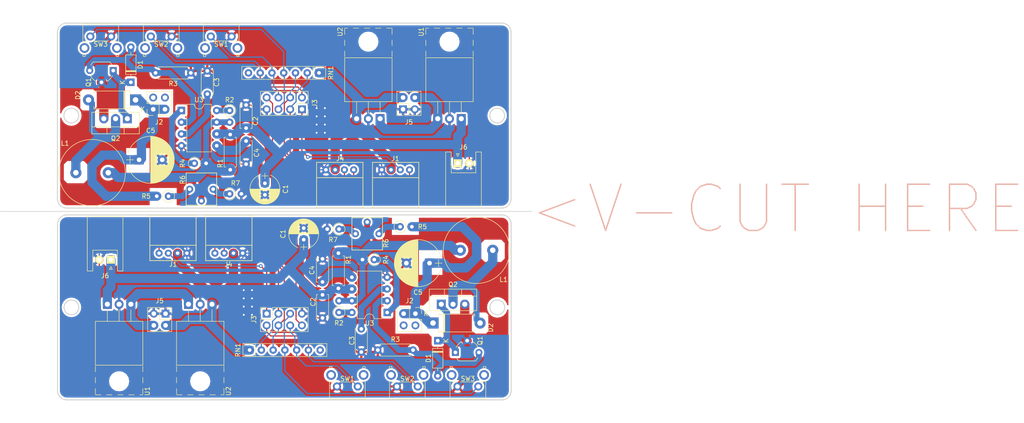
<source format=kicad_pcb>
(kicad_pcb (version 20171130) (host pcbnew "(5.0.1)-4")
  (layers (0 F.Cu signal) (31 B.Cu signal) (34 B.Paste user) (35 F.Paste user) (36 B.SilkS user) (37 F.SilkS user) (38 B.Mask user) (39 F.Mask user) (44 Edge.Cuts user))
  (net 0 "")
  (net 1 +12V)
  (net 2 GND)
  (net 3 "Net-(C3-Pad1)")
  (net 4 "Net-(C4-Pad1)")
  (net 5 +HV)
  (net 6 "Net-(D1-Pad1)")
  (net 7 "Net-(D1-Pad2)")
  (net 8 "Net-(D2-Pad2)")
  (net 9 +3V3)
  (net 10 /GROVE_GPIO_0)
  (net 11 /NIX_SDA)
  (net 12 /NIX_SCL)
  (net 13 /SW_MODE)
  (net 14 /SW_UP)
  (net 15 /SW_DOWN)
  (net 16 +5V)
  (net 17 "Net-(L1-Pad1)")
  (net 18 "Net-(R2-Pad1)")
  (net 19 "Net-(R4-Pad1)")
  (net 20 "Net-(R5-Pad1)")
  (net 21 "Net-(R6-Pad3)")
  (net 22 /GROVE_GPIO_1)
  (module Resistors_THT:R_Axial_DIN0207_L6.3mm_D2.5mm_P2.54mm_Vertical (layer F.Cu) (at 185.674 60.452)
    (fp_text reference R7 (at 1.27 -2.31) (layer F.SilkS))
    (fp_text value 2.2k)
    (pad 2 thru_hole oval (at 2.54 0) (size 1.6 1.6) (drill 0.8) (layers *.Cu *.Mask))
    (pad 1 thru_hole circle (at 0 0) (size 1.6 1.6) (drill 0.8) (layers *.Cu *.Mask))
  )
  (module Nixie_Module_PowerSupply:Grove_THT (layer F.Cu) (at 212.471 55.245 270)
    (fp_text reference J4 (at -2.413 2.921 180) (layer F.SilkS))
    (fp_text value Grove_Analog)
    (pad 4 thru_hole circle (at 0 6 270) (size 1.524 1.524) (drill 0.762) (layers *.Cu *.Mask))
    (pad 3 thru_hole circle (at 0 4 270) (size 1.524 1.524) (drill 0.762) (layers *.Cu *.Mask))
    (pad 2 thru_hole circle (at 0 2 270) (size 1.524 1.524) (drill 0.762) (layers *.Cu *.Mask))
    (pad 1 thru_hole circle (at 0 0 270) (size 1.524 1.524) (drill 0.762) (layers *.Cu *.Mask))
  )
  (module Connectors_JST:JST_XH_S02B-XH-A_02x2.50mm_Angled (layer F.Cu) (at 234.95 53.848)
    (fp_text reference J6 (at 1.25 -3.5) (layer F.SilkS))
    (fp_text value Conn_01x02_Female)
    (pad 2 thru_hole circle (at 2.5 0) (size 1.75 1.75) (drill 1) (layers *.Cu *.Mask F.SilkS))
    (pad 1 thru_hole rect (at 0 0) (size 1.75 1.75) (drill 1) (layers *.Cu *.Mask F.SilkS))
  )
  (module Resistors_THT:R_Axial_DIN0207_L6.3mm_D2.5mm_P7.62mm_Horizontal (layer F.Cu) (at 177.292 34.29 180)
    (fp_text reference R3 (at 3.81 -2.31 180) (layer F.SilkS))
    (fp_text value 1k)
    (pad 2 thru_hole oval (at 7.62 0 180) (size 1.6 1.6) (drill 0.8) (layers *.Cu *.Mask))
    (pad 1 thru_hole circle (at 0 0 180) (size 1.6 1.6) (drill 0.8) (layers *.Cu *.Mask))
  )
  (module TO_SOT_THT:TO-220-3_Horizontal_TabUp (layer F.Cu) (at 218.186 44.196 180)
    (fp_text reference U2 (at 8.636 18.796 270) (layer F.SilkS))
    (fp_text value NJM7805S)
    (pad "" np_thru_hole oval (at 2.54 16.66 180) (size 3.5 3.5) (drill 3.5) (layers *.Cu *.Mask))
    (pad 1 thru_hole rect (at 0 0 180) (size 1.905 2) (drill 1.1) (layers *.Cu *.Mask))
    (pad 2 thru_hole oval (at 2.54 0 180) (size 1.905 2) (drill 1.1) (layers *.Cu *.Mask))
    (pad 3 thru_hole oval (at 5.08 0 180) (size 1.905 2) (drill 1.1) (layers *.Cu *.Mask))
  )
  (module Connector_PinSocket_2.54mm:PinSocket_2x02_P2.54mm_Vertical (layer F.Cu) (at 223.139 42.164 180)
    (fp_text reference J5 (at -1.27 -2.77 180) (layer F.SilkS))
    (fp_text value Conn_01x04_Female)
    (pad 4 thru_hole oval (at -2.54 2.54 180) (size 1.7 1.7) (drill 1) (layers *.Cu *.Mask))
    (pad 3 thru_hole oval (at 0 2.54 180) (size 1.7 1.7) (drill 1) (layers *.Cu *.Mask))
    (pad 2 thru_hole oval (at -2.54 0 180) (size 1.7 1.7) (drill 1) (layers *.Cu *.Mask))
    (pad 1 thru_hole rect (at 0 0 180) (size 1.7 1.7) (drill 1) (layers *.Cu *.Mask))
  )
  (module Connector_PinSocket_2.54mm:PinSocket_2x04_P2.54mm_Vertical (layer F.Cu) (at 201.295 42.164 270)
    (fp_text reference J3 (at -1.27 -2.77 270) (layer F.SilkS))
    (fp_text value Conn_01x08_Female)
    (pad 8 thru_hole oval (at -2.54 7.62 270) (size 1.7 1.7) (drill 1) (layers *.Cu *.Mask))
    (pad 7 thru_hole oval (at 0 7.62 270) (size 1.7 1.7) (drill 1) (layers *.Cu *.Mask))
    (pad 6 thru_hole oval (at -2.54 5.08 270) (size 1.7 1.7) (drill 1) (layers *.Cu *.Mask))
    (pad 5 thru_hole oval (at 0 5.08 270) (size 1.7 1.7) (drill 1) (layers *.Cu *.Mask))
    (pad 4 thru_hole oval (at -2.54 2.54 270) (size 1.7 1.7) (drill 1) (layers *.Cu *.Mask))
    (pad 3 thru_hole oval (at 0 2.54 270) (size 1.7 1.7) (drill 1) (layers *.Cu *.Mask))
    (pad 2 thru_hole oval (at -2.54 0 270) (size 1.7 1.7) (drill 1) (layers *.Cu *.Mask))
    (pad 1 thru_hole rect (at 0 0 270) (size 1.7 1.7) (drill 1) (layers *.Cu *.Mask))
  )
  (module NixiePowerSupply:VOL_3362P-1-202LF (layer F.Cu) (at 179.578 59.436)
    (fp_text reference R6 (at -4.064 -2.032 -90) (layer F.SilkS))
    (fp_text value VR_2K)
    (pad 1 thru_hole circle (at -2.54 0) (size 1.524 1.524) (drill 0.8) (layers *.Cu *.Mask))
    (pad 3 thru_hole circle (at 2.54 0) (size 1.524 1.524) (drill 0.8) (layers *.Cu *.Mask))
    (pad 2 thru_hole circle (at 0 2.54) (size 1.524 1.524) (drill 0.8) (layers *.Cu *.Mask))
  )
  (module Resistors_THT:R_Array_SIP7 (layer F.Cu) (at 204.978 34.29 180)
    (fp_text reference RN1 (at -2.54 0 270) (layer F.SilkS))
    (fp_text value R_Network06)
    (pad 7 thru_hole oval (at 15.24 0 180) (size 1.6 1.6) (drill 0.8) (layers *.Cu *.Mask))
    (pad 6 thru_hole oval (at 12.7 0 180) (size 1.6 1.6) (drill 0.8) (layers *.Cu *.Mask))
    (pad 5 thru_hole oval (at 10.16 0 180) (size 1.6 1.6) (drill 0.8) (layers *.Cu *.Mask))
    (pad 4 thru_hole oval (at 7.62 0 180) (size 1.6 1.6) (drill 0.8) (layers *.Cu *.Mask))
    (pad 3 thru_hole oval (at 5.08 0 180) (size 1.6 1.6) (drill 0.8) (layers *.Cu *.Mask))
    (pad 2 thru_hole oval (at 2.54 0 180) (size 1.6 1.6) (drill 0.8) (layers *.Cu *.Mask))
    (pad 1 thru_hole rect (at 0 0 180) (size 1.6 1.6) (drill 0.8) (layers *.Cu *.Mask))
  )
  (module Packages_DIP:DIP-8_W7.62mm (layer F.Cu) (at 175.26 42.418)
    (fp_text reference U3 (at 3.81 -2.33) (layer F.SilkS))
    (fp_text value MC34063A)
    (pad 8 thru_hole oval (at 7.62 0) (size 1.6 1.6) (drill 0.8) (layers *.Cu *.Mask))
    (pad 4 thru_hole oval (at 0 7.62) (size 1.6 1.6) (drill 0.8) (layers *.Cu *.Mask))
    (pad 7 thru_hole oval (at 7.62 2.54) (size 1.6 1.6) (drill 0.8) (layers *.Cu *.Mask))
    (pad 3 thru_hole oval (at 0 5.08) (size 1.6 1.6) (drill 0.8) (layers *.Cu *.Mask))
    (pad 6 thru_hole oval (at 7.62 5.08) (size 1.6 1.6) (drill 0.8) (layers *.Cu *.Mask))
    (pad 2 thru_hole oval (at 0 2.54) (size 1.6 1.6) (drill 0.8) (layers *.Cu *.Mask))
    (pad 5 thru_hole oval (at 7.62 7.62) (size 1.6 1.6) (drill 0.8) (layers *.Cu *.Mask))
    (pad 1 thru_hole rect (at 0 0) (size 1.6 1.6) (drill 0.8) (layers *.Cu *.Mask))
  )
  (module Button_Switch_THT:SW_Tactile_SPST_Angled_PTS645Vx31-2LFS (layer F.Cu) (at 168.656 26.416)
    (fp_text reference SW2 (at 2.25 1.68) (layer F.SilkS))
    (fp_text value SW_Push)
    (pad "" thru_hole circle (at 5.76 2.49) (size 2.1 2.1) (drill 1.3) (layers *.Cu *.Mask))
    (pad 2 thru_hole circle (at 4.5 0) (size 1.75 1.75) (drill 0.99) (layers *.Cu *.Mask))
    (pad 1 thru_hole circle (at 0 0) (size 1.75 1.75) (drill 0.99) (layers *.Cu *.Mask))
    (pad "" thru_hole circle (at -1.25 2.49) (size 2.1 2.1) (drill 1.3) (layers *.Cu *.Mask))
  )
  (module Button_Switch_THT:SW_Tactile_SPST_Angled_PTS645Vx31-2LFS (layer F.Cu) (at 181.61 26.416)
    (fp_text reference SW1 (at 2.25 1.68) (layer F.SilkS))
    (fp_text value SW_Push)
    (pad "" thru_hole circle (at -1.25 2.49) (size 2.1 2.1) (drill 1.3) (layers *.Cu *.Mask))
    (pad 1 thru_hole circle (at 0 0) (size 1.75 1.75) (drill 0.99) (layers *.Cu *.Mask))
    (pad 2 thru_hole circle (at 4.5 0) (size 1.75 1.75) (drill 0.99) (layers *.Cu *.Mask))
    (pad "" thru_hole circle (at 5.76 2.49) (size 2.1 2.1) (drill 1.3) (layers *.Cu *.Mask))
  )
  (module Resistors_THT:R_Axial_DIN0207_L6.3mm_D2.5mm_P7.62mm_Horizontal (layer F.Cu) (at 185.801 55.245 90)
    (fp_text reference R1 (at 1.397 -2.159 90) (layer F.SilkS))
    (fp_text value 0.15)
    (pad 2 thru_hole oval (at 7.62 0 90) (size 1.6 1.6) (drill 0.8) (layers *.Cu *.Mask))
    (pad 1 thru_hole circle (at 0 0 90) (size 1.6 1.6) (drill 0.8) (layers *.Cu *.Mask))
  )
  (module Button_Switch_THT:SW_Tactile_SPST_Angled_PTS645Vx31-2LFS (layer F.Cu) (at 155.575 26.416)
    (fp_text reference SW3 (at 2.25 1.68) (layer F.SilkS))
    (fp_text value SW_Push)
    (pad "" thru_hole circle (at -1.25 2.49) (size 2.1 2.1) (drill 1.3) (layers *.Cu *.Mask))
    (pad 1 thru_hole circle (at 0 0) (size 1.75 1.75) (drill 0.99) (layers *.Cu *.Mask))
    (pad 2 thru_hole circle (at 4.5 0) (size 1.75 1.75) (drill 0.99) (layers *.Cu *.Mask))
    (pad "" thru_hole circle (at 5.76 2.49) (size 2.1 2.1) (drill 1.3) (layers *.Cu *.Mask))
  )
  (module Nixie_Module_PowerSupply:Grove_THT (layer F.Cu) (at 224.536 55.245 270)
    (fp_text reference J1 (at -2.413 3.048) (layer F.SilkS))
    (fp_text value Grove_GPIO)
    (pad 4 thru_hole circle (at 0 6 270) (size 1.524 1.524) (drill 0.762) (layers *.Cu *.Mask))
    (pad 3 thru_hole circle (at 0 4 270) (size 1.524 1.524) (drill 0.762) (layers *.Cu *.Mask))
    (pad 2 thru_hole circle (at 0 2 270) (size 1.524 1.524) (drill 0.762) (layers *.Cu *.Mask))
    (pad 1 thru_hole circle (at 0 0 270) (size 1.524 1.524) (drill 0.762) (layers *.Cu *.Mask))
  )
  (module Capacitors_THT:CP_Radial_D6.3mm_P2.50mm (layer F.Cu) (at 193.294 58.166 270)
    (fp_text reference C1 (at 1.25 -4.46 270) (layer F.SilkS))
    (fp_text value 100uF_16V)
    (pad 2 thru_hole circle (at 2.5 0 270) (size 1.6 1.6) (drill 0.8) (layers *.Cu *.Mask))
    (pad 1 thru_hole rect (at 0 0 270) (size 1.6 1.6) (drill 0.8) (layers *.Cu *.Mask))
  )
  (module TO_SOT_THT:TO-220-3_Horizontal_TabUp (layer F.Cu) (at 235.712 44.196 180)
    (fp_text reference U1 (at 8.636 18.796 270) (layer F.SilkS))
    (fp_text value NJM7805S)
    (pad 3 thru_hole oval (at 5.08 0 180) (size 1.905 2) (drill 1.1) (layers *.Cu *.Mask))
    (pad 2 thru_hole oval (at 2.54 0 180) (size 1.905 2) (drill 1.1) (layers *.Cu *.Mask))
    (pad 1 thru_hole rect (at 0 0 180) (size 1.905 2) (drill 1.1) (layers *.Cu *.Mask))
    (pad "" np_thru_hole oval (at 2.54 16.66 180) (size 3.5 3.5) (drill 3.5) (layers *.Cu *.Mask))
  )
  (module TO_SOT_THT:TO-220-3_Vertical (layer F.Cu) (at 163.576 44.196 180)
    (fp_text reference Q2 (at 2.54 -4.27 180) (layer F.SilkS))
    (fp_text value 2SK3115)
    (pad 3 thru_hole oval (at 5.08 0 180) (size 1.905 2) (drill 1.1) (layers *.Cu *.Mask))
    (pad 2 thru_hole oval (at 2.54 0 180) (size 1.905 2) (drill 1.1) (layers *.Cu *.Mask))
    (pad 1 thru_hole rect (at 0 0 180) (size 1.905 2) (drill 1.1) (layers *.Cu *.Mask))
  )
  (module Resistors_THT:R_Axial_DIN0207_L6.3mm_D2.5mm_P2.54mm_Vertical (layer F.Cu) (at 172.466 60.96 180)
    (fp_text reference R5 (at 4.826 0 180) (layer F.SilkS))
    (fp_text value 470k)
    (pad 1 thru_hole circle (at 0 0 180) (size 1.6 1.6) (drill 0.8) (layers *.Cu *.Mask))
    (pad 2 thru_hole oval (at 2.54 0 180) (size 1.6 1.6) (drill 0.8) (layers *.Cu *.Mask))
  )
  (module Diode_THT:D_DO-15_P10.16mm_Horizontal (layer F.Cu) (at 165.354 40.132 180)
    (fp_text reference D2 (at 12.446 1.016 270) (layer F.SilkS))
    (fp_text value UF2010)
    (fp_text user K (at -1.524 -2.032 180) (layer F.SilkS))
    (pad 2 thru_hole oval (at 10.16 0 180) (size 2.4 2.4) (drill 1.2) (layers *.Cu *.Mask))
    (pad 1 thru_hole rect (at 0 0 180) (size 2.4 2.4) (drill 1.2) (layers *.Cu *.Mask))
  )
  (module Capacitors_THT:C_Disc_D5.0mm_W2.5mm_P5.00mm (layer F.Cu) (at 180.848 38.862 90)
    (fp_text reference C3 (at 2.54 2.032 90) (layer F.SilkS))
    (fp_text value 1000pF)
    (pad 1 thru_hole circle (at 0 0 90) (size 1.6 1.6) (drill 0.8) (layers *.Cu *.Mask))
    (pad 2 thru_hole circle (at 5 0 90) (size 1.6 1.6) (drill 0.8) (layers *.Cu *.Mask))
  )
  (module Connector_PinSocket_2.54mm:PinSocket_2x02_P2.54mm_Vertical (layer F.Cu) (at 169.164 42.164 180)
    (fp_text reference J2 (at -1.27 -2.77 180) (layer F.SilkS))
    (fp_text value Conn_01x04_Female)
    (pad 4 thru_hole oval (at -2.54 2.54 180) (size 1.7 1.7) (drill 1) (layers *.Cu *.Mask))
    (pad 3 thru_hole oval (at 0 2.54 180) (size 1.7 1.7) (drill 1) (layers *.Cu *.Mask))
    (pad 2 thru_hole oval (at -2.54 0 180) (size 1.7 1.7) (drill 1) (layers *.Cu *.Mask))
    (pad 1 thru_hole rect (at 0 0 180) (size 1.7 1.7) (drill 1) (layers *.Cu *.Mask))
  )
  (module Diode_THT:D_DO-35_SOD27_P7.62mm_Horizontal (layer F.Cu) (at 164.338 36.322 90)
    (fp_text reference D1 (at 3.81 2.032 90) (layer F.SilkS))
    (fp_text value 1N4148)
    (fp_text user K (at 0 -1.8 90) (layer F.SilkS))
    (pad 2 thru_hole oval (at 7.62 0 90) (size 1.6 1.6) (drill 0.8) (layers *.Cu *.Mask))
    (pad 1 thru_hole rect (at 0 0 90) (size 1.6 1.6) (drill 0.8) (layers *.Cu *.Mask))
  )
  (module Resistors_THT:R_Axial_DIN0207_L6.3mm_D2.5mm_P2.54mm_Vertical (layer F.Cu) (at 185.674 42.418 270)
    (fp_text reference R2 (at -2.286 0 180) (layer F.SilkS))
    (fp_text value 680)
    (pad 2 thru_hole oval (at 2.54 0 270) (size 1.6 1.6) (drill 0.8) (layers *.Cu *.Mask))
    (pad 1 thru_hole circle (at 0 0 270) (size 1.6 1.6) (drill 0.8) (layers *.Cu *.Mask))
  )
  (module TO_SOT_THT:TO-92_Wide (layer F.Cu) (at 160.528 33.782 180)
    (fp_text reference Q1 (at 5.334 -2.54 270) (layer F.SilkS))
    (fp_text value 2SA1015)
    (pad 1 thru_hole rect (at 0 0 270) (size 1.5 1.5) (drill 0.8) (layers *.Cu *.Mask))
    (pad 3 thru_hole circle (at 5.08 0 270) (size 1.5 1.5) (drill 0.8) (layers *.Cu *.Mask))
    (pad 2 thru_hole circle (at 2.54 -2.54 270) (size 1.5 1.5) (drill 0.8) (layers *.Cu *.Mask))
  )
  (module NixiePowerSupply:Inductors_LHL13NB471K (layer F.Cu) (at 155.956 55.88 180)
    (fp_text reference L1 (at 5.842 6.35 180) (layer F.SilkS))
    (fp_text value 470uH)
    (pad 2 thru_hole circle (at 3.5 0 180) (size 2.4 2.4) (drill 1.2) (layers *.Cu *.Mask))
    (pad 1 thru_hole circle (at -3.5 0 180) (size 2.4 2.4) (drill 1.2) (layers *.Cu *.Mask))
  )
  (module Capacitors_THT:CP_Radial_D10.0mm_P5.00mm (layer F.Cu) (at 166.116 53.086)
    (fp_text reference C5 (at 2.5 -6.31) (layer F.SilkS))
    (fp_text value 4.7u_400V)
    (pad 2 thru_hole circle (at 5 0) (size 2 2) (drill 1) (layers *.Cu *.Mask))
    (pad 1 thru_hole rect (at 0 0) (size 2 2) (drill 1) (layers *.Cu *.Mask))
  )
  (module Resistors_THT:R_Axial_DIN0207_L6.3mm_D2.5mm_P2.54mm_Vertical (layer F.Cu) (at 178.054 53.848)
    (fp_text reference R4 (at -2.54 0 90) (layer F.SilkS))
    (fp_text value 1k)
    (pad 1 thru_hole circle (at 0 0) (size 1.6 1.6) (drill 0.8) (layers *.Cu *.Mask))
    (pad 2 thru_hole oval (at 2.54 0) (size 1.6 1.6) (drill 0.8) (layers *.Cu *.Mask))
  )
  (module Capacitors_THT:C_Disc_D5.0mm_W2.5mm_P5.00mm (layer F.Cu) (at 189.23 49.022 270)
    (fp_text reference C4 (at 2.54 -2.286 270) (layer F.SilkS))
    (fp_text value 0.1uF)
    (pad 2 thru_hole circle (at 5 0 270) (size 1.6 1.6) (drill 0.8) (layers *.Cu *.Mask))
    (pad 1 thru_hole circle (at 0 0 270) (size 1.6 1.6) (drill 0.8) (layers *.Cu *.Mask))
  )
  (module Capacitors_THT:C_Disc_D5.0mm_W2.5mm_P5.00mm (layer F.Cu) (at 189.23 46.228 90)
    (fp_text reference C2 (at 1.524 2.032 90) (layer F.SilkS))
    (fp_text value 0.1uF)
    (pad 2 thru_hole circle (at 5 0 90) (size 1.6 1.6) (drill 0.8) (layers *.Cu *.Mask))
    (pad 1 thru_hole circle (at 0 0 90) (size 1.6 1.6) (drill 0.8) (layers *.Cu *.Mask))
  )
  (module TO_SOT_THT:TO-220-3_Horizontal_TabUp (layer F.Cu) (at 159.258 84.328)
    (fp_text reference U1 (at 8.636 18.796 90) (layer F.SilkS))
    (fp_text value NJM7805S)
    (pad "" np_thru_hole oval (at 2.54 16.66) (size 3.5 3.5) (drill 3.5) (layers *.Cu *.Mask))
    (pad 1 thru_hole rect (at 0 0) (size 1.905 2) (drill 1.1) (layers *.Cu *.Mask) (net 1 +12V))
    (pad 2 thru_hole oval (at 2.54 0) (size 1.905 2) (drill 1.1) (layers *.Cu *.Mask) (net 2 GND))
    (pad 3 thru_hole oval (at 5.08 0) (size 1.905 2) (drill 1.1) (layers *.Cu *.Mask) (net 16 +5V))
  )
  (module NixiePowerSupply:Inductors_LHL13NB471K (layer F.Cu) (at 239.014 72.644)
    (fp_text reference L1 (at 5.842 6.35) (layer F.SilkS))
    (fp_text value 470uH)
    (pad 1 thru_hole circle (at -3.5 0) (size 2.4 2.4) (drill 1.2) (layers *.Cu *.Mask) (net 17 "Net-(L1-Pad1)"))
    (pad 2 thru_hole circle (at 3.5 0) (size 2.4 2.4) (drill 1.2) (layers *.Cu *.Mask) (net 8 "Net-(D2-Pad2)"))
  )
  (module Connector_PinSocket_2.54mm:PinSocket_2x02_P2.54mm_Vertical (layer F.Cu) (at 225.806 86.36)
    (fp_text reference J2 (at -1.27 -2.77) (layer F.SilkS))
    (fp_text value Conn_01x04_Female)
    (pad 1 thru_hole rect (at 0 0) (size 1.7 1.7) (drill 1) (layers *.Cu *.Mask) (net 5 +HV))
    (pad 2 thru_hole oval (at -2.54 0) (size 1.7 1.7) (drill 1) (layers *.Cu *.Mask) (net 5 +HV))
    (pad 3 thru_hole oval (at 0 2.54) (size 1.7 1.7) (drill 1) (layers *.Cu *.Mask))
    (pad 4 thru_hole oval (at -2.54 2.54) (size 1.7 1.7) (drill 1) (layers *.Cu *.Mask))
  )
  (module Capacitors_THT:CP_Radial_D6.3mm_P2.50mm (layer F.Cu) (at 201.676 70.358 90)
    (fp_text reference C1 (at 1.25 -4.46 90) (layer F.SilkS))
    (fp_text value 100uF_16V)
    (pad 1 thru_hole rect (at 0 0 90) (size 1.6 1.6) (drill 0.8) (layers *.Cu *.Mask) (net 1 +12V))
    (pad 2 thru_hole circle (at 2.5 0 90) (size 1.6 1.6) (drill 0.8) (layers *.Cu *.Mask) (net 2 GND))
  )
  (module Capacitors_THT:C_Disc_D5.0mm_W2.5mm_P5.00mm (layer F.Cu) (at 205.74 82.296 270)
    (fp_text reference C2 (at 1.524 2.032 270) (layer F.SilkS))
    (fp_text value 0.1uF)
    (pad 1 thru_hole circle (at 0 0 270) (size 1.6 1.6) (drill 0.8) (layers *.Cu *.Mask) (net 1 +12V))
    (pad 2 thru_hole circle (at 5 0 270) (size 1.6 1.6) (drill 0.8) (layers *.Cu *.Mask) (net 2 GND))
  )
  (module Capacitors_THT:C_Disc_D5.0mm_W2.5mm_P5.00mm (layer F.Cu) (at 214.122 89.662 270)
    (fp_text reference C3 (at 2.54 2.032 270) (layer F.SilkS))
    (fp_text value 1000pF)
    (pad 2 thru_hole circle (at 5 0 270) (size 1.6 1.6) (drill 0.8) (layers *.Cu *.Mask) (net 2 GND))
    (pad 1 thru_hole circle (at 0 0 270) (size 1.6 1.6) (drill 0.8) (layers *.Cu *.Mask) (net 3 "Net-(C3-Pad1)"))
  )
  (module Capacitors_THT:C_Disc_D5.0mm_W2.5mm_P5.00mm (layer F.Cu) (at 205.74 79.502 90)
    (fp_text reference C4 (at 2.54 -2.286 90) (layer F.SilkS))
    (fp_text value 0.1uF)
    (pad 1 thru_hole circle (at 0 0 90) (size 1.6 1.6) (drill 0.8) (layers *.Cu *.Mask) (net 4 "Net-(C4-Pad1)"))
    (pad 2 thru_hole circle (at 5 0 90) (size 1.6 1.6) (drill 0.8) (layers *.Cu *.Mask) (net 2 GND))
  )
  (module Capacitors_THT:CP_Radial_D10.0mm_P5.00mm (layer F.Cu) (at 228.854 75.438 180)
    (fp_text reference C5 (at 2.5 -6.31 180) (layer F.SilkS))
    (fp_text value 4.7u_400V)
    (pad 1 thru_hole rect (at 0 0 180) (size 2 2) (drill 1) (layers *.Cu *.Mask) (net 5 +HV))
    (pad 2 thru_hole circle (at 5 0 180) (size 2 2) (drill 1) (layers *.Cu *.Mask) (net 2 GND))
  )
  (module Diode_THT:D_DO-35_SOD27_P7.62mm_Horizontal (layer F.Cu) (at 230.632 92.202 270)
    (fp_text reference D1 (at 3.81 2.032 270) (layer F.SilkS))
    (fp_text value 1N4148)
    (fp_text user K (at 0 -1.8 270) (layer F.SilkS))
    (pad 1 thru_hole rect (at 0 0 270) (size 1.6 1.6) (drill 0.8) (layers *.Cu *.Mask) (net 6 "Net-(D1-Pad1)"))
    (pad 2 thru_hole oval (at 7.62 0 270) (size 1.6 1.6) (drill 0.8) (layers *.Cu *.Mask) (net 7 "Net-(D1-Pad2)"))
  )
  (module Diode_THT:D_DO-15_P10.16mm_Horizontal (layer F.Cu) (at 229.616 88.392)
    (fp_text reference D2 (at 12.446 1.016 90) (layer F.SilkS))
    (fp_text value UF2010)
    (fp_text user K (at -1.524 -2.032) (layer F.SilkS))
    (pad 1 thru_hole rect (at 0 0) (size 2.4 2.4) (drill 1.2) (layers *.Cu *.Mask) (net 5 +HV))
    (pad 2 thru_hole oval (at 10.16 0) (size 2.4 2.4) (drill 1.2) (layers *.Cu *.Mask) (net 8 "Net-(D2-Pad2)"))
  )
  (module TO_SOT_THT:TO-92_Wide (layer F.Cu) (at 234.442 94.742)
    (fp_text reference Q1 (at 5.334 -2.54 90) (layer F.SilkS))
    (fp_text value 2SA1015)
    (pad 2 thru_hole circle (at 2.54 -2.54 90) (size 1.5 1.5) (drill 0.8) (layers *.Cu *.Mask) (net 2 GND))
    (pad 3 thru_hole circle (at 5.08 0 90) (size 1.5 1.5) (drill 0.8) (layers *.Cu *.Mask) (net 7 "Net-(D1-Pad2)"))
    (pad 1 thru_hole rect (at 0 0 90) (size 1.5 1.5) (drill 0.8) (layers *.Cu *.Mask) (net 6 "Net-(D1-Pad1)"))
  )
  (module TO_SOT_THT:TO-220-3_Vertical (layer F.Cu) (at 231.394 84.328)
    (fp_text reference Q2 (at 2.54 -4.27) (layer F.SilkS))
    (fp_text value 2SK3115)
    (pad 1 thru_hole rect (at 0 0) (size 1.905 2) (drill 1.1) (layers *.Cu *.Mask) (net 6 "Net-(D1-Pad1)"))
    (pad 2 thru_hole oval (at 2.54 0) (size 1.905 2) (drill 1.1) (layers *.Cu *.Mask) (net 8 "Net-(D2-Pad2)"))
    (pad 3 thru_hole oval (at 5.08 0) (size 1.905 2) (drill 1.1) (layers *.Cu *.Mask) (net 2 GND))
  )
  (module Resistors_THT:R_Axial_DIN0207_L6.3mm_D2.5mm_P2.54mm_Vertical (layer F.Cu) (at 209.296 86.106 90)
    (fp_text reference R2 (at -2.286 0) (layer F.SilkS))
    (fp_text value 680)
    (pad 1 thru_hole circle (at 0 0 90) (size 1.6 1.6) (drill 0.8) (layers *.Cu *.Mask) (net 18 "Net-(R2-Pad1)"))
    (pad 2 thru_hole oval (at 2.54 0 90) (size 1.6 1.6) (drill 0.8) (layers *.Cu *.Mask) (net 17 "Net-(L1-Pad1)"))
  )
  (module Resistors_THT:R_Axial_DIN0207_L6.3mm_D2.5mm_P2.54mm_Vertical (layer F.Cu) (at 216.916 74.676 180)
    (fp_text reference R4 (at -2.54 0 270) (layer F.SilkS))
    (fp_text value 1k)
    (pad 2 thru_hole oval (at 2.54 0 180) (size 1.6 1.6) (drill 0.8) (layers *.Cu *.Mask) (net 17 "Net-(L1-Pad1)"))
    (pad 1 thru_hole circle (at 0 0 180) (size 1.6 1.6) (drill 0.8) (layers *.Cu *.Mask) (net 19 "Net-(R4-Pad1)"))
  )
  (module Resistors_THT:R_Axial_DIN0207_L6.3mm_D2.5mm_P2.54mm_Vertical (layer F.Cu) (at 222.504 67.564)
    (fp_text reference R5 (at 4.826 0) (layer F.SilkS))
    (fp_text value 470k)
    (pad 2 thru_hole oval (at 2.54 0) (size 1.6 1.6) (drill 0.8) (layers *.Cu *.Mask) (net 5 +HV))
    (pad 1 thru_hole circle (at 0 0) (size 1.6 1.6) (drill 0.8) (layers *.Cu *.Mask) (net 20 "Net-(R5-Pad1)"))
  )
  (module Resistors_THT:R_Axial_DIN0207_L6.3mm_D2.5mm_P2.54mm_Vertical (layer F.Cu) (at 209.296 68.072 180)
    (fp_text reference R7 (at 1.27 -2.31 180) (layer F.SilkS))
    (fp_text value 2.2k)
    (pad 1 thru_hole circle (at 0 0 180) (size 1.6 1.6) (drill 0.8) (layers *.Cu *.Mask) (net 21 "Net-(R6-Pad3)"))
    (pad 2 thru_hole oval (at 2.54 0 180) (size 1.6 1.6) (drill 0.8) (layers *.Cu *.Mask) (net 2 GND))
  )
  (module Button_Switch_THT:SW_Tactile_SPST_Angled_PTS645Vx31-2LFS (layer F.Cu) (at 213.36 102.108 180)
    (fp_text reference SW1 (at 2.25 1.68 180) (layer F.SilkS))
    (fp_text value SW_Push)
    (pad "" thru_hole circle (at 5.76 2.49 180) (size 2.1 2.1) (drill 1.3) (layers *.Cu *.Mask))
    (pad 2 thru_hole circle (at 4.5 0 180) (size 1.75 1.75) (drill 0.99) (layers *.Cu *.Mask) (net 2 GND))
    (pad 1 thru_hole circle (at 0 0 180) (size 1.75 1.75) (drill 0.99) (layers *.Cu *.Mask) (net 13 /SW_MODE))
    (pad "" thru_hole circle (at -1.25 2.49 180) (size 2.1 2.1) (drill 1.3) (layers *.Cu *.Mask))
  )
  (module Button_Switch_THT:SW_Tactile_SPST_Angled_PTS645Vx31-2LFS (layer F.Cu) (at 226.314 102.108 180)
    (fp_text reference SW2 (at 2.25 1.68 180) (layer F.SilkS))
    (fp_text value SW_Push)
    (pad "" thru_hole circle (at -1.25 2.49 180) (size 2.1 2.1) (drill 1.3) (layers *.Cu *.Mask))
    (pad 1 thru_hole circle (at 0 0 180) (size 1.75 1.75) (drill 0.99) (layers *.Cu *.Mask) (net 14 /SW_UP))
    (pad 2 thru_hole circle (at 4.5 0 180) (size 1.75 1.75) (drill 0.99) (layers *.Cu *.Mask) (net 2 GND))
    (pad "" thru_hole circle (at 5.76 2.49 180) (size 2.1 2.1) (drill 1.3) (layers *.Cu *.Mask))
  )
  (module Button_Switch_THT:SW_Tactile_SPST_Angled_PTS645Vx31-2LFS (layer F.Cu) (at 239.395 102.108 180)
    (fp_text reference SW3 (at 2.25 1.68 180) (layer F.SilkS))
    (fp_text value SW_Push)
    (pad "" thru_hole circle (at 5.76 2.49 180) (size 2.1 2.1) (drill 1.3) (layers *.Cu *.Mask))
    (pad 2 thru_hole circle (at 4.5 0 180) (size 1.75 1.75) (drill 0.99) (layers *.Cu *.Mask) (net 2 GND))
    (pad 1 thru_hole circle (at 0 0 180) (size 1.75 1.75) (drill 0.99) (layers *.Cu *.Mask) (net 15 /SW_DOWN))
    (pad "" thru_hole circle (at -1.25 2.49 180) (size 2.1 2.1) (drill 1.3) (layers *.Cu *.Mask))
  )
  (module Packages_DIP:DIP-8_W7.62mm (layer F.Cu) (at 219.71 86.106 180)
    (fp_text reference U3 (at 3.81 -2.33 180) (layer F.SilkS))
    (fp_text value MC34063A)
    (pad 1 thru_hole rect (at 0 0 180) (size 1.6 1.6) (drill 0.8) (layers *.Cu *.Mask) (net 19 "Net-(R4-Pad1)"))
    (pad 5 thru_hole oval (at 7.62 7.62 180) (size 1.6 1.6) (drill 0.8) (layers *.Cu *.Mask) (net 4 "Net-(C4-Pad1)"))
    (pad 2 thru_hole oval (at 0 2.54 180) (size 1.6 1.6) (drill 0.8) (layers *.Cu *.Mask) (net 7 "Net-(D1-Pad2)"))
    (pad 6 thru_hole oval (at 7.62 5.08 180) (size 1.6 1.6) (drill 0.8) (layers *.Cu *.Mask) (net 1 +12V))
    (pad 3 thru_hole oval (at 0 5.08 180) (size 1.6 1.6) (drill 0.8) (layers *.Cu *.Mask) (net 3 "Net-(C3-Pad1)"))
    (pad 7 thru_hole oval (at 7.62 2.54 180) (size 1.6 1.6) (drill 0.8) (layers *.Cu *.Mask) (net 17 "Net-(L1-Pad1)"))
    (pad 4 thru_hole oval (at 0 7.62 180) (size 1.6 1.6) (drill 0.8) (layers *.Cu *.Mask) (net 2 GND))
    (pad 8 thru_hole oval (at 7.62 0 180) (size 1.6 1.6) (drill 0.8) (layers *.Cu *.Mask) (net 18 "Net-(R2-Pad1)"))
  )
  (module NixiePowerSupply:VOL_3362P-1-202LF (layer F.Cu) (at 215.392 69.088 180)
    (fp_text reference R6 (at -4.064 -2.032 90) (layer F.SilkS))
    (fp_text value VR_2K)
    (pad 2 thru_hole circle (at 0 2.54 180) (size 1.524 1.524) (drill 0.8) (layers *.Cu *.Mask) (net 4 "Net-(C4-Pad1)"))
    (pad 3 thru_hole circle (at 2.54 0 180) (size 1.524 1.524) (drill 0.8) (layers *.Cu *.Mask) (net 21 "Net-(R6-Pad3)"))
    (pad 1 thru_hole circle (at -2.54 0 180) (size 1.524 1.524) (drill 0.8) (layers *.Cu *.Mask) (net 20 "Net-(R5-Pad1)"))
  )
  (module Resistors_THT:R_Array_SIP7 (layer F.Cu) (at 189.992 94.234)
    (fp_text reference RN1 (at -2.54 0 90) (layer F.SilkS))
    (fp_text value R_Network06)
    (pad 1 thru_hole rect (at 0 0) (size 1.6 1.6) (drill 0.8) (layers *.Cu *.Mask) (net 9 +3V3))
    (pad 2 thru_hole oval (at 2.54 0) (size 1.6 1.6) (drill 0.8) (layers *.Cu *.Mask) (net 11 /NIX_SDA))
    (pad 3 thru_hole oval (at 5.08 0) (size 1.6 1.6) (drill 0.8) (layers *.Cu *.Mask) (net 12 /NIX_SCL))
    (pad 4 thru_hole oval (at 7.62 0) (size 1.6 1.6) (drill 0.8) (layers *.Cu *.Mask) (net 15 /SW_DOWN))
    (pad 5 thru_hole oval (at 10.16 0) (size 1.6 1.6) (drill 0.8) (layers *.Cu *.Mask) (net 13 /SW_MODE))
    (pad 6 thru_hole oval (at 12.7 0) (size 1.6 1.6) (drill 0.8) (layers *.Cu *.Mask) (net 14 /SW_UP))
    (pad 7 thru_hole oval (at 15.24 0) (size 1.6 1.6) (drill 0.8) (layers *.Cu *.Mask))
  )
  (module Connector_PinSocket_2.54mm:PinSocket_2x04_P2.54mm_Vertical (layer F.Cu) (at 193.675 86.36 90)
    (fp_text reference J3 (at -1.27 -2.77 90) (layer F.SilkS))
    (fp_text value Conn_01x08_Female)
    (pad 1 thru_hole rect (at 0 0 90) (size 1.7 1.7) (drill 1) (layers *.Cu *.Mask) (net 22 /GROVE_GPIO_1))
    (pad 2 thru_hole oval (at -2.54 0 90) (size 1.7 1.7) (drill 1) (layers *.Cu *.Mask) (net 14 /SW_UP))
    (pad 3 thru_hole oval (at 0 2.54 90) (size 1.7 1.7) (drill 1) (layers *.Cu *.Mask) (net 11 /NIX_SDA))
    (pad 4 thru_hole oval (at -2.54 2.54 90) (size 1.7 1.7) (drill 1) (layers *.Cu *.Mask) (net 12 /NIX_SCL))
    (pad 5 thru_hole oval (at 0 5.08 90) (size 1.7 1.7) (drill 1) (layers *.Cu *.Mask) (net 15 /SW_DOWN))
    (pad 6 thru_hole oval (at -2.54 5.08 90) (size 1.7 1.7) (drill 1) (layers *.Cu *.Mask) (net 13 /SW_MODE))
    (pad 7 thru_hole oval (at 0 7.62 90) (size 1.7 1.7) (drill 1) (layers *.Cu *.Mask) (net 2 GND))
    (pad 8 thru_hole oval (at -2.54 7.62 90) (size 1.7 1.7) (drill 1) (layers *.Cu *.Mask) (net 10 /GROVE_GPIO_0))
  )
  (module Nixie_Module_PowerSupply:Grove_THT (layer F.Cu) (at 182.499 73.279 90)
    (fp_text reference J4 (at -2.413 2.921) (layer F.SilkS))
    (fp_text value Grove_Analog)
    (pad 1 thru_hole circle (at 0 0 90) (size 1.524 1.524) (drill 0.762) (layers *.Cu *.Mask) (net 12 /NIX_SCL))
    (pad 2 thru_hole circle (at 0 2 90) (size 1.524 1.524) (drill 0.762) (layers *.Cu *.Mask) (net 11 /NIX_SDA))
    (pad 3 thru_hole circle (at 0 4 90) (size 1.524 1.524) (drill 0.762) (layers *.Cu *.Mask) (net 9 +3V3))
    (pad 4 thru_hole circle (at 0 6 90) (size 1.524 1.524) (drill 0.762) (layers *.Cu *.Mask) (net 2 GND))
  )
  (module Connector_PinSocket_2.54mm:PinSocket_2x02_P2.54mm_Vertical (layer F.Cu) (at 171.831 86.36)
    (fp_text reference J5 (at -1.27 -2.77) (layer F.SilkS))
    (fp_text value Conn_01x04_Female)
    (pad 1 thru_hole rect (at 0 0) (size 1.7 1.7) (drill 1) (layers *.Cu *.Mask) (net 2 GND))
    (pad 2 thru_hole oval (at -2.54 0) (size 1.7 1.7) (drill 1) (layers *.Cu *.Mask) (net 2 GND))
    (pad 3 thru_hole oval (at 0 2.54) (size 1.7 1.7) (drill 1) (layers *.Cu *.Mask) (net 9 +3V3))
    (pad 4 thru_hole oval (at -2.54 2.54) (size 1.7 1.7) (drill 1) (layers *.Cu *.Mask) (net 16 +5V))
  )
  (module Nixie_Module_PowerSupply:Grove_THT (layer F.Cu) (at 170.434 73.279 90)
    (fp_text reference J1 (at -2.413 3.048 180) (layer F.SilkS))
    (fp_text value Grove_GPIO)
    (pad 1 thru_hole circle (at 0 0 90) (size 1.524 1.524) (drill 0.762) (layers *.Cu *.Mask) (net 10 /GROVE_GPIO_0))
    (pad 2 thru_hole circle (at 0 2 90) (size 1.524 1.524) (drill 0.762) (layers *.Cu *.Mask) (net 22 /GROVE_GPIO_1))
    (pad 3 thru_hole circle (at 0 4 90) (size 1.524 1.524) (drill 0.762) (layers *.Cu *.Mask) (net 9 +3V3))
    (pad 4 thru_hole circle (at 0 6 90) (size 1.524 1.524) (drill 0.762) (layers *.Cu *.Mask) (net 2 GND))
  )
  (module Resistors_THT:R_Axial_DIN0207_L6.3mm_D2.5mm_P7.62mm_Horizontal (layer F.Cu) (at 217.678 94.234)
    (fp_text reference R3 (at 3.81 -2.31) (layer F.SilkS))
    (fp_text value 1k)
    (pad 1 thru_hole circle (at 0 0) (size 1.6 1.6) (drill 0.8) (layers *.Cu *.Mask) (net 2 GND))
    (pad 2 thru_hole oval (at 7.62 0) (size 1.6 1.6) (drill 0.8) (layers *.Cu *.Mask) (net 7 "Net-(D1-Pad2)"))
  )
  (module TO_SOT_THT:TO-220-3_Horizontal_TabUp (layer F.Cu) (at 176.784 84.328)
    (fp_text reference U2 (at 8.636 18.796 90) (layer F.SilkS))
    (fp_text value NJM7805S)
    (pad 3 thru_hole oval (at 5.08 0) (size 1.905 2) (drill 1.1) (layers *.Cu *.Mask) (net 9 +3V3))
    (pad 2 thru_hole oval (at 2.54 0) (size 1.905 2) (drill 1.1) (layers *.Cu *.Mask) (net 2 GND))
    (pad 1 thru_hole rect (at 0 0) (size 1.905 2) (drill 1.1) (layers *.Cu *.Mask) (net 16 +5V))
    (pad "" np_thru_hole oval (at 2.54 16.66) (size 3.5 3.5) (drill 3.5) (layers *.Cu *.Mask))
  )
  (module Connectors_JST:JST_XH_S02B-XH-A_02x2.50mm_Angled (layer F.Cu) (at 160.02 74.676 180)
    (fp_text reference J6 (at 1.25 -3.5 180) (layer F.SilkS))
    (fp_text value Conn_01x02_Female)
    (pad 1 thru_hole rect (at 0 0 180) (size 1.75 1.75) (drill 1) (layers *.Cu *.Mask F.SilkS) (net 1 +12V))
    (pad 2 thru_hole circle (at 2.5 0 180) (size 1.75 1.75) (drill 1) (layers *.Cu *.Mask F.SilkS) (net 2 GND))
  )
  (module Resistors_THT:R_Axial_DIN0207_L6.3mm_D2.5mm_P7.62mm_Horizontal (layer F.Cu) (at 209.169 73.279 270)
    (fp_text reference R1 (at 1.397 -2.159 270) (layer F.SilkS))
    (fp_text value 0.15)
    (pad 1 thru_hole circle (at 0 0 270) (size 1.6 1.6) (drill 0.8) (layers *.Cu *.Mask) (net 17 "Net-(L1-Pad1)"))
    (pad 2 thru_hole oval (at 7.62 0 270) (size 1.6 1.6) (drill 0.8) (layers *.Cu *.Mask) (net 1 +12V))
  )
  (module logo:fablab_logo_5mm (layer F.Cu) (at 151.892 92.71 270)
    (fp_text reference G*** hide)
    (fp_text value LOGO hide)
  )
  (gr_text "<V-CUT HERE" (at 304.038 63.754) (layer B.SilkS) (effects (font (size 10 10) (thickness 0.3))))
  (gr_line (start 250.952 64.262) (end 136.144 64.262) (layer Edge.Cuts) (width 0.15))
  (gr_arc (start 150.4689 61.5204) (end 148.4689 61.5204) (angle -90) (layer Edge.Cuts) (width 0.2))
  (gr_line (start 150.4689 23.5204) (end 244.4689 23.5204) (layer Edge.Cuts) (width 0.2))
  (gr_circle (center 243.4689 43.5204) (end 241.8689 43.5204) (layer Edge.Cuts) (width 0.2))
  (gr_line (start 244.4689 63.5204) (end 150.4689 63.5204) (layer Edge.Cuts) (width 0.2))
  (gr_circle (center 151.4689 43.5204) (end 149.8689 43.5204) (layer Edge.Cuts) (width 0.2))
  (gr_arc (start 150.4689 25.5204) (end 150.4689 23.5204) (angle -90) (layer Edge.Cuts) (width 0.2))
  (gr_arc (start 244.4689 25.5204) (end 246.4689 25.5204) (angle -90) (layer Edge.Cuts) (width 0.2))
  (gr_arc (start 244.4689 61.5204) (end 244.4689 63.5204) (angle -90) (layer Edge.Cuts) (width 0.2))
  (gr_line (start 246.4689 25.5204) (end 246.4689 61.5204) (layer Edge.Cuts) (width 0.2))
  (gr_line (start 148.4689 61.5204) (end 148.4689 25.5204) (layer Edge.Cuts) (width 0.2))
  (gr_circle (center 243.5011 85.0036) (end 245.1011 85.0036) (layer Edge.Cuts) (width 0.2))
  (gr_circle (center 151.5011 85.0036) (end 153.1011 85.0036) (layer Edge.Cuts) (width 0.2))
  (gr_arc (start 150.5011 103.0036) (end 148.5011 103.0036) (angle -90) (layer Edge.Cuts) (width 0.2))
  (gr_line (start 150.5011 65.0036) (end 244.5011 65.0036) (layer Edge.Cuts) (width 0.2))
  (gr_line (start 246.5011 67.0036) (end 246.5011 103.0036) (layer Edge.Cuts) (width 0.2))
  (gr_line (start 148.5011 103.0036) (end 148.5011 67.0036) (layer Edge.Cuts) (width 0.2))
  (gr_line (start 244.5011 105.0036) (end 150.5011 105.0036) (layer Edge.Cuts) (width 0.2))
  (gr_arc (start 244.5011 103.0036) (end 244.5011 105.0036) (angle -90) (layer Edge.Cuts) (width 0.2))
  (gr_arc (start 244.5011 67.0036) (end 246.5011 67.0036) (angle -90) (layer Edge.Cuts) (width 0.2))
  (gr_arc (start 150.5011 67.0036) (end 150.5011 65.0036) (angle -90) (layer Edge.Cuts) (width 0.2))
  (segment (start 189.23 46.228) (end 190.36137 46.228) (width 2) (layer B.Cu) (net 0))
  (segment (start 196.85 51.562) (end 194.564 53.848) (width 2) (layer B.Cu) (net 0))
  (segment (start 194.564 53.848) (end 193.294 55.118) (width 2) (layer B.Cu) (net 0))
  (segment (start 190.36137 46.228) (end 190.373 46.23963) (width 2) (layer B.Cu) (net 0))
  (segment (start 190.373 46.23963) (end 190.76563 46.23963) (width 2) (layer B.Cu) (net 0))
  (segment (start 196.088 51.562) (end 196.85 51.562) (width 2) (layer B.Cu) (net 0))
  (segment (start 187.833 46.49363) (end 187.833 46.72437) (width 2) (layer B.Cu) (net 0))
  (segment (start 185.674 47.498) (end 185.801 47.625) (width 2) (layer B.Cu) (net 0))
  (segment (start 186.93237 47.625) (end 185.801 47.625) (width 2) (layer B.Cu) (net 0))
  (segment (start 187.833 46.72437) (end 186.93237 47.625) (width 2) (layer B.Cu) (net 0))
  (segment (start 188.09863 46.228) (end 187.833 46.49363) (width 2) (layer B.Cu) (net 0))
  (segment (start 189.23 46.228) (end 188.09863 46.228) (width 2) (layer B.Cu) (net 0))
  (segment (start 182.88 47.498) (end 185.674 47.498) (width 2) (layer B.Cu) (net 0))
  (segment (start 190.76563 46.23963) (end 196.088 51.562) (width 2) (layer B.Cu) (net 0))
  (segment (start 234.95 49.784) (end 198.628 49.784) (width 2) (layer B.Cu) (net 0))
  (segment (start 198.628 49.784) (end 196.85 51.562) (width 2) (layer B.Cu) (net 0))
  (segment (start 234.95 49.784) (end 234.95 47.879) (width 2) (layer B.Cu) (net 0))
  (segment (start 235.712 47.196) (end 235.712 44.196) (width 2) (layer B.Cu) (net 0))
  (segment (start 235.029 47.879) (end 235.712 47.196) (width 2) (layer B.Cu) (net 0))
  (segment (start 234.95 47.879) (end 235.029 47.879) (width 2) (layer B.Cu) (net 0))
  (segment (start 234.95 53.848) (end 234.95 49.784) (width 2) (layer B.Cu) (net 0))
  (segment (start 193.294 55.118) (end 193.294 58.166) (width 2) (layer B.Cu) (net 0))
  (segment (start 235.204 58.166) (end 237.45 55.92) (width 0.254) (layer B.Cu) (net 0))
  (segment (start 189.23 59.182) (end 189.23 54.022) (width 1.27) (layer B.Cu) (net 0))
  (segment (start 187.071 52.99437) (end 186.01963 51.943) (width 0.2) (layer F.Cu) (net 0))
  (segment (start 206.375 54.356) (end 206.375 55.149) (width 0.254) (layer B.Cu) (net 0))
  (segment (start 206.471 55.245) (end 200.279 55.245) (width 0.254) (layer B.Cu) (net 0))
  (segment (start 194.858 60.666) (end 193.294 60.666) (width 0.254) (layer B.Cu) (net 0))
  (segment (start 189.23 54.022) (end 188.09863 54.022) (width 0.2) (layer F.Cu) (net 0))
  (segment (start 177.165 51.943) (end 175.26 50.038) (width 0.2) (layer F.Cu) (net 0))
  (segment (start 190.36137 41.228) (end 191.29737 42.164) (width 0.254) (layer F.Cu) (net 0))
  (segment (start 188.214 60.452) (end 189.357 59.309) (width 1.27) (layer B.Cu) (net 0))
  (segment (start 160.949999 25.541001) (end 160.075 26.416) (width 0.5) (layer F.Cu) (net 0))
  (segment (start 217.32763 52.959) (end 207.772 52.959) (width 0.254) (layer B.Cu) (net 0))
  (segment (start 237.45 51.014) (end 233.172 46.736) (width 0.254) (layer F.Cu) (net 0))
  (segment (start 218.536 55.245) (end 218.536 54.16737) (width 0.254) (layer B.Cu) (net 0))
  (segment (start 177.72 33.862) (end 177.292 34.29) (width 0.5) (layer F.Cu) (net 0))
  (segment (start 220.37937 58.166) (end 235.204 58.166) (width 0.254) (layer B.Cu) (net 0))
  (segment (start 162.107 24.384) (end 160.949999 25.541001) (width 0.5) (layer F.Cu) (net 0))
  (segment (start 175.26 26.416) (end 173.156 26.416) (width 0.5) (layer F.Cu) (net 0))
  (segment (start 200.279 55.245) (end 194.858 60.666) (width 0.254) (layer B.Cu) (net 0))
  (segment (start 180.848 31.678) (end 180.848 33.862) (width 0.5) (layer F.Cu) (net 0))
  (segment (start 186.11 26.416) (end 180.848 31.678) (width 0.5) (layer F.Cu) (net 0))
  (segment (start 189.23 41.228) (end 181.864 33.862) (width 0.5) (layer F.Cu) (net 0))
  (segment (start 188.09863 54.022) (end 187.071 52.99437) (width 0.2) (layer F.Cu) (net 0))
  (segment (start 177.292 34.29) (end 177.292 28.448) (width 0.5) (layer F.Cu) (net 0))
  (segment (start 186.01963 51.943) (end 177.165 51.943) (width 0.2) (layer F.Cu) (net 0))
  (segment (start 237.45 55.92) (end 237.45 53.848) (width 0.254) (layer B.Cu) (net 0))
  (segment (start 218.536 54.16737) (end 217.32763 52.959) (width 0.254) (layer B.Cu) (net 0))
  (segment (start 173.156 26.416) (end 171.124 24.384) (width 0.5) (layer F.Cu) (net 0))
  (segment (start 177.292 28.448) (end 175.26 26.416) (width 0.5) (layer F.Cu) (net 0))
  (segment (start 171.116 53.086) (end 174.164 50.038) (width 0.254) (layer F.Cu) (net 0))
  (segment (start 180.848 33.862) (end 177.72 33.862) (width 0.5) (layer F.Cu) (net 0))
  (segment (start 181.864 33.862) (end 180.848 33.862) (width 0.5) (layer F.Cu) (net 0))
  (segment (start 193.294 60.666) (end 188.428 60.666) (width 0.254) (layer B.Cu) (net 0))
  (segment (start 218.536 55.245) (end 218.536 56.32263) (width 0.254) (layer B.Cu) (net 0))
  (segment (start 233.172 46.736) (end 233.172 44.196) (width 0.254) (layer F.Cu) (net 0))
  (segment (start 206.375 55.149) (end 206.471 55.245) (width 0.254) (layer B.Cu) (net 0))
  (segment (start 160.075 26.416) (end 157.988 28.503) (width 1.27) (layer F.Cu) (net 0))
  (segment (start 171.124 24.384) (end 162.107 24.384) (width 0.5) (layer F.Cu) (net 0))
  (segment (start 189.23 41.228) (end 187.579 42.879) (width 0.5) (layer F.Cu) (net 0))
  (segment (start 157.988 28.503) (end 157.988 36.322) (width 1.27) (layer F.Cu) (net 0))
  (segment (start 187.579 52.48637) (end 187.071 52.99437) (width 0.5) (layer F.Cu) (net 0))
  (segment (start 187.579 42.879) (end 187.579 52.48637) (width 0.5) (layer F.Cu) (net 0))
  (segment (start 189.23 41.228) (end 190.36137 41.228) (width 0.254) (layer F.Cu) (net 0))
  (segment (start 191.29737 42.164) (end 193.675 42.164) (width 0.254) (layer F.Cu) (net 0))
  (segment (start 188.428 60.666) (end 188.214 60.452) (width 0.254) (layer B.Cu) (net 0))
  (segment (start 174.164 50.038) (end 175.26 50.038) (width 0.254) (layer F.Cu) (net 0))
  (segment (start 225.679 42.164) (end 232.918 42.164) (width 0.25) (layer F.Cu) (net 0))
  (segment (start 218.536 56.32263) (end 220.37937 58.166) (width 0.254) (layer B.Cu) (net 0))
  (segment (start 237.45 53.848) (end 237.45 51.014) (width 0.254) (layer F.Cu) (net 0))
  (segment (start 207.772 52.959) (end 206.375 54.356) (width 0.254) (layer B.Cu) (net 0))
  (segment (start 189.357 59.309) (end 189.23 59.182) (width 1.27) (layer B.Cu) (net 0))
  (segment (start 233.172 42.418) (end 233.172 44.196) (width 0.25) (layer F.Cu) (net 0))
  (segment (start 232.918 42.164) (end 233.172 42.418) (width 0.25) (layer F.Cu) (net 0))
  (segment (start 224.476919 42.164) (end 223.139 42.164) (width 0.25) (layer F.Cu) (net 0))
  (segment (start 225.679 42.164) (end 224.476919 42.164) (width 0.25) (layer F.Cu) (net 0))
  (segment (start 215.646 42.926) (end 215.646 44.196) (width 0.25) (layer F.Cu) (net 0))
  (segment (start 158.496 36.83) (end 157.988 36.322) (width 2) (layer F.Cu) (net 0))
  (segment (start 223.139 42.164) (end 216.408 42.164) (width 0.25) (layer F.Cu) (net 0))
  (segment (start 158.496 44.196) (end 158.496 36.83) (width 2) (layer F.Cu) (net 0))
  (segment (start 216.408 42.164) (end 215.646 42.926) (width 0.25) (layer F.Cu) (net 0))
  (via (at 204.47 41.91) (size 0.8) (drill 0.4) (layers F.Cu B.Cu) (net 0))
  (via (at 206.248 43.688) (size 0.8) (drill 0.4) (layers F.Cu B.Cu) (net 0))
  (via (at 206.248 47.244) (size 0.8) (drill 0.4) (layers F.Cu B.Cu) (net 0))
  (via (at 206.248 45.466) (size 0.8) (drill 0.4) (layers F.Cu B.Cu) (net 0))
  (via (at 204.47 43.688) (size 0.8) (drill 0.4) (layers F.Cu B.Cu) (net 0))
  (via (at 206.248 41.91) (size 0.8) (drill 0.4) (layers F.Cu B.Cu) (net 0))
  (via (at 204.47 47.244) (size 0.8) (drill 0.4) (layers F.Cu B.Cu) (net 0))
  (via (at 204.47 45.466) (size 0.8) (drill 0.4) (layers F.Cu B.Cu) (net 0))
  (segment (start 176.784 47.498) (end 180.848 43.434) (width 1.27) (layer B.Cu) (net 0))
  (segment (start 180.848 43.434) (end 180.848 38.862) (width 1.27) (layer B.Cu) (net 0))
  (segment (start 175.26 47.498) (end 176.784 47.498) (width 1.27) (layer B.Cu) (net 0))
  (segment (start 192.151 55.245) (end 189.738 57.658) (width 1.27) (layer F.Cu) (net 0))
  (segment (start 189.23 49.022) (end 190.36137 49.022) (width 1.27) (layer F.Cu) (net 0))
  (segment (start 189.23 49.022) (end 187.198 51.054) (width 2) (layer B.Cu) (net 0))
  (segment (start 189.738 57.658) (end 183.896 57.658) (width 1.27) (layer F.Cu) (net 0))
  (segment (start 190.36137 49.022) (end 192.151 50.81163) (width 1.27) (layer F.Cu) (net 0))
  (segment (start 187.198 51.054) (end 183.896 51.054) (width 2) (layer B.Cu) (net 0))
  (segment (start 182.626 56.388) (end 180.975 56.388) (width 1.27) (layer F.Cu) (net 0))
  (segment (start 192.151 50.81163) (end 192.151 55.245) (width 1.27) (layer F.Cu) (net 0))
  (segment (start 183.896 57.658) (end 182.626 56.388) (width 1.27) (layer F.Cu) (net 0))
  (segment (start 179.578 57.785) (end 179.578 61.976) (width 1.27) (layer F.Cu) (net 0))
  (segment (start 180.975 56.388) (end 179.578 57.785) (width 1.27) (layer F.Cu) (net 0))
  (segment (start 183.896 51.054) (end 182.88 50.038) (width 2) (layer B.Cu) (net 0))
  (segment (start 166.116 40.132) (end 168.148 42.164) (width 2) (layer B.Cu) (net 0))
  (segment (start 155.956 54.356) (end 155.956 57.912) (width 2) (layer B.Cu) (net 0))
  (segment (start 166.37 53.086) (end 166.624 52.832) (width 2) (layer B.Cu) (net 0))
  (segment (start 158.242 52.07) (end 155.956 54.356) (width 2) (layer B.Cu) (net 0))
  (segment (start 165.354 40.132) (end 166.116 40.132) (width 2) (layer B.Cu) (net 0))
  (segment (start 166.116 53.086) (end 166.37 53.086) (width 2) (layer B.Cu) (net 0))
  (segment (start 155.956 57.912) (end 159.004 60.96) (width 2) (layer B.Cu) (net 0))
  (segment (start 159.004 60.96) (end 169.926 60.96) (width 2) (layer B.Cu) (net 0))
  (segment (start 168.148 42.164) (end 169.164 42.164) (width 2) (layer B.Cu) (net 0))
  (segment (start 171.704 42.164) (end 169.164 42.164) (width 2) (layer B.Cu) (net 0))
  (segment (start 169.164 46.736) (end 169.164 42.164) (width 2) (layer B.Cu) (net 0))
  (segment (start 166.624 49.276) (end 169.164 46.736) (width 2) (layer B.Cu) (net 0))
  (segment (start 166.116 53.086) (end 163.116 53.086) (width 2) (layer B.Cu) (net 0))
  (segment (start 166.624 52.832) (end 166.624 49.276) (width 2) (layer B.Cu) (net 0))
  (segment (start 163.116 53.086) (end 162.1 52.07) (width 2) (layer B.Cu) (net 0))
  (segment (start 162.1 52.07) (end 158.242 52.07) (width 2) (layer B.Cu) (net 0))
  (segment (start 163.576 43.688) (end 162.306 42.418) (width 1.27) (layer B.Cu) (net 0))
  (segment (start 162.306 37.338) (end 162.306 37.084) (width 1.27) (layer B.Cu) (net 0))
  (segment (start 162.306 36.322) (end 160.528 34.544) (width 1.27) (layer B.Cu) (net 0))
  (segment (start 162.306 37.084) (end 163.068 36.322) (width 1.27) (layer B.Cu) (net 0))
  (segment (start 163.068 36.322) (end 162.306 36.322) (width 1.27) (layer B.Cu) (net 0))
  (segment (start 164.338 36.322) (end 163.068 36.322) (width 1.27) (layer B.Cu) (net 0))
  (segment (start 162.306 37.846) (end 162.306 37.338) (width 1.27) (layer B.Cu) (net 0))
  (segment (start 162.306 42.418) (end 162.306 37.846) (width 1.27) (layer B.Cu) (net 0))
  (segment (start 160.528 34.544) (end 160.528 33.782) (width 1.27) (layer B.Cu) (net 0))
  (segment (start 162.306 37.338) (end 162.306 36.322) (width 1.27) (layer B.Cu) (net 0))
  (segment (start 163.576 44.196) (end 163.576 43.688) (width 1.27) (layer B.Cu) (net 0))
  (segment (start 155.448 32.512) (end 155.448 33.782) (width 1.27) (layer B.Cu) (net 0))
  (segment (start 156.464 31.496) (end 155.448 32.512) (width 1.27) (layer B.Cu) (net 0))
  (segment (start 163.068 31.496) (end 156.464 31.496) (width 1.27) (layer B.Cu) (net 0))
  (segment (start 165.062001 33.490001) (end 163.068 31.496) (width 1.27) (layer B.Cu) (net 0))
  (segment (start 177.8 43.942) (end 176.784 44.958) (width 1.27) (layer B.Cu) (net 0))
  (segment (start 176.784 44.958) (end 175.26 44.958) (width 1.27) (layer B.Cu) (net 0))
  (segment (start 164.338 28.702) (end 164.338 30.226) (width 1.27) (layer B.Cu) (net 0))
  (segment (start 168.872001 33.490001) (end 165.062001 33.490001) (width 1.27) (layer B.Cu) (net 0))
  (segment (start 169.672 34.29) (end 168.872001 33.490001) (width 1.27) (layer B.Cu) (net 0))
  (segment (start 177.8 39.37) (end 177.8 43.942) (width 1.27) (layer B.Cu) (net 0))
  (segment (start 169.672 34.29) (end 172.72 34.29) (width 1.27) (layer B.Cu) (net 0))
  (segment (start 172.72 34.29) (end 177.8 39.37) (width 1.27) (layer B.Cu) (net 0))
  (segment (start 164.338 30.226) (end 163.068 31.496) (width 1.27) (layer B.Cu) (net 0))
  (segment (start 155.956 46.736) (end 157.48 48.26) (width 1.27) (layer B.Cu) (net 0))
  (segment (start 161.036 44.196) (end 161.036 47.196) (width 2) (layer B.Cu) (net 0))
  (segment (start 155.956 40.894) (end 155.956 46.736) (width 1.27) (layer B.Cu) (net 0))
  (segment (start 157.48 48.26) (end 152.456 53.284) (width 2) (layer B.Cu) (net 0))
  (segment (start 161.036 47.196) (end 159.972 48.26) (width 2) (layer B.Cu) (net 0))
  (segment (start 152.456 53.284) (end 152.456 55.88) (width 2) (layer B.Cu) (net 0))
  (segment (start 155.194 40.132) (end 155.956 40.894) (width 1.27) (layer B.Cu) (net 0))
  (segment (start 159.972 48.26) (end 157.48 48.26) (width 2) (layer B.Cu) (net 0))
  (segment (start 208.471 48.831) (end 208.471 55.245) (width 2) (layer F.Cu) (net 0))
  (segment (start 213.106 46.73737) (end 213.106 44.196) (width 2) (layer F.Cu) (net 0))
  (segment (start 213.106 46.73737) (end 210.56463 46.73737) (width 2) (layer F.Cu) (net 0))
  (segment (start 214.376 40.888) (end 214.376 41.148) (width 2) (layer B.Cu) (net 0))
  (segment (start 214.376 41.148) (end 213.106 42.418) (width 2) (layer B.Cu) (net 0))
  (segment (start 211.328 45.974) (end 212.34263 45.974) (width 2) (layer F.Cu) (net 0))
  (segment (start 204.978 34.29) (end 207.778 34.29) (width 2) (layer B.Cu) (net 0))
  (segment (start 213.106 39.618) (end 214.376 40.888) (width 2) (layer B.Cu) (net 0))
  (segment (start 211.328 45.974) (end 208.471 48.831) (width 2) (layer F.Cu) (net 0))
  (segment (start 219.456 39.624) (end 218.192 40.888) (width 2) (layer B.Cu) (net 0))
  (segment (start 212.34263 45.974) (end 213.106 46.73737) (width 2) (layer F.Cu) (net 0))
  (segment (start 213.106 42.418) (end 213.106 44.196) (width 2) (layer B.Cu) (net 0))
  (segment (start 213.106 44.196) (end 211.328 45.974) (width 2) (layer F.Cu) (net 0))
  (segment (start 207.778 34.29) (end 213.106 39.618) (width 2) (layer B.Cu) (net 0))
  (segment (start 218.192 40.888) (end 214.376 40.888) (width 2) (layer B.Cu) (net 0))
  (segment (start 210.56463 46.73737) (end 208.471 48.831) (width 2) (layer F.Cu) (net 0))
  (segment (start 220.536 55.245) (end 220.536 53.404) (width 2) (layer F.Cu) (net 0))
  (segment (start 220.536 53.404) (end 213.86937 46.73737) (width 2) (layer F.Cu) (net 0))
  (segment (start 213.86937 46.73737) (end 213.106 46.73737) (width 2) (layer F.Cu) (net 0))
  (segment (start 213.106 42.418) (end 213.106 39.618) (width 2) (layer B.Cu) (net 0))
  (segment (start 223.139 39.624) (end 219.456 39.624) (width 2) (layer B.Cu) (net 0))
  (segment (start 224.536 56.896) (end 224.536 55.245) (width 0.254) (layer F.Cu) (net 0))
  (segment (start 194.945 49.403) (end 203.962 58.42) (width 0.254) (layer F.Cu) (net 0))
  (segment (start 223.012 58.42) (end 224.536 56.896) (width 0.254) (layer F.Cu) (net 0))
  (segment (start 194.945 40.894) (end 194.945 49.403) (width 0.254) (layer F.Cu) (net 0))
  (segment (start 203.962 58.42) (end 223.012 58.42) (width 0.254) (layer F.Cu) (net 0))
  (segment (start 193.675 39.624) (end 194.945 40.894) (width 0.254) (layer F.Cu) (net 0))
  (segment (start 202.438 34.29) (end 202.438 36.068) (width 0.254) (layer B.Cu) (net 0))
  (segment (start 198.882 42.037) (end 198.755 42.164) (width 0.254) (layer B.Cu) (net 0))
  (segment (start 198.882 41.656) (end 198.882 42.037) (width 0.254) (layer B.Cu) (net 0))
  (segment (start 200.025 38.481) (end 200.025 40.513) (width 0.254) (layer B.Cu) (net 0))
  (segment (start 210.471 56.864) (end 210.471 55.245) (width 0.254) (layer F.Cu) (net 0))
  (segment (start 209.931 57.404) (end 210.471 56.864) (width 0.254) (layer F.Cu) (net 0))
  (segment (start 204.47 57.404) (end 209.931 57.404) (width 0.254) (layer F.Cu) (net 0))
  (segment (start 200.025 40.513) (end 198.882 41.656) (width 0.254) (layer B.Cu) (net 0))
  (segment (start 202.438 36.068) (end 200.025 38.481) (width 0.254) (layer B.Cu) (net 0))
  (segment (start 198.755 42.164) (end 198.755 51.689) (width 0.254) (layer F.Cu) (net 0))
  (segment (start 198.755 51.689) (end 204.47 57.404) (width 0.254) (layer F.Cu) (net 0))
  (segment (start 199.898 34.29) (end 199.898 37.211) (width 0.254) (layer B.Cu) (net 0))
  (segment (start 198.755 38.354) (end 198.755 39.624) (width 0.254) (layer B.Cu) (net 0))
  (segment (start 199.898 37.211) (end 198.755 38.354) (width 0.254) (layer B.Cu) (net 0))
  (segment (start 211.455 57.912) (end 212.471 56.896) (width 0.254) (layer F.Cu) (net 0))
  (segment (start 204.216 57.912) (end 211.455 57.912) (width 0.254) (layer F.Cu) (net 0))
  (segment (start 197.485 51.181) (end 204.216 57.912) (width 0.254) (layer F.Cu) (net 0))
  (segment (start 198.755 39.624) (end 197.485 40.894) (width 0.254) (layer F.Cu) (net 0))
  (segment (start 212.471 56.896) (end 212.471 55.245) (width 0.254) (layer F.Cu) (net 0))
  (segment (start 197.485 40.894) (end 197.485 51.181) (width 0.254) (layer F.Cu) (net 0))
  (segment (start 192.786 30.861) (end 194.818 32.893) (width 0.254) (layer B.Cu) (net 0))
  (segment (start 194.818 32.893) (end 194.818 34.29) (width 0.254) (layer B.Cu) (net 0))
  (segment (start 196.215 38.227) (end 196.215 39.624) (width 0.254) (layer B.Cu) (net 0))
  (segment (start 195.21063 35.06363) (end 195.21063 37.22263) (width 0.254) (layer B.Cu) (net 0))
  (segment (start 181.61 26.416) (end 186.055 30.861) (width 0.254) (layer B.Cu) (net 0))
  (segment (start 186.055 30.861) (end 192.786 30.861) (width 0.254) (layer B.Cu) (net 0))
  (segment (start 194.818 34.671) (end 195.21063 35.06363) (width 0.254) (layer B.Cu) (net 0))
  (segment (start 195.21063 37.22263) (end 196.215 38.227) (width 0.254) (layer B.Cu) (net 0))
  (segment (start 194.818 34.29) (end 194.818 34.671) (width 0.254) (layer B.Cu) (net 0))
  (segment (start 192.278 32.893) (end 192.278 34.29) (width 0.254) (layer B.Cu) (net 0))
  (segment (start 201.295 38.227) (end 201.295 39.624) (width 0.254) (layer F.Cu) (net 0))
  (segment (start 200.406 37.338) (end 201.295 38.227) (width 0.254) (layer F.Cu) (net 0))
  (segment (start 192.278 34.29) (end 192.278 35.814) (width 0.254) (layer F.Cu) (net 0))
  (segment (start 192.278 35.814) (end 193.802 37.338) (width 0.254) (layer F.Cu) (net 0))
  (segment (start 173.99 31.75) (end 191.135 31.75) (width 0.254) (layer B.Cu) (net 0))
  (segment (start 193.802 37.338) (end 200.406 37.338) (width 0.254) (layer F.Cu) (net 0))
  (segment (start 168.656 26.416) (end 173.99 31.75) (width 0.254) (layer B.Cu) (net 0))
  (segment (start 191.135 31.75) (end 192.278 32.893) (width 0.254) (layer B.Cu) (net 0))
  (segment (start 196.215 41.783) (end 196.215 42.164) (width 0.254) (layer B.Cu) (net 0))
  (segment (start 157.099 24.892) (end 192.532 24.892) (width 0.254) (layer B.Cu) (net 0))
  (segment (start 192.532 24.892) (end 197.358 29.718) (width 0.254) (layer B.Cu) (net 0))
  (segment (start 197.358 34.29) (end 197.358 35.052) (width 0.254) (layer B.Cu) (net 0))
  (segment (start 197.358 35.052) (end 197.485 35.179) (width 0.254) (layer B.Cu) (net 0))
  (segment (start 197.485 35.179) (end 197.485 40.513) (width 0.254) (layer B.Cu) (net 0))
  (segment (start 155.575 26.416) (end 157.099 24.892) (width 0.254) (layer B.Cu) (net 0))
  (segment (start 197.485 40.513) (end 196.215 41.783) (width 0.254) (layer B.Cu) (net 0))
  (segment (start 197.358 29.718) (end 197.358 34.29) (width 0.254) (layer B.Cu) (net 0))
  (segment (start 219.202 46.482) (end 218.186 45.466) (width 2) (layer B.Cu) (net 0))
  (segment (start 230.632 41.148) (end 230.632 44.196) (width 2) (layer B.Cu) (net 0))
  (segment (start 225.679 39.624) (end 229.108 39.624) (width 2) (layer B.Cu) (net 0))
  (segment (start 230.632 44.958) (end 229.108 46.482) (width 2) (layer B.Cu) (net 0))
  (segment (start 218.186 45.466) (end 218.186 44.196) (width 2) (layer B.Cu) (net 0))
  (segment (start 230.632 44.196) (end 230.632 44.958) (width 2) (layer B.Cu) (net 0))
  (segment (start 225.806 46.482) (end 219.202 46.482) (width 2) (layer B.Cu) (net 0))
  (segment (start 229.108 46.482) (end 225.806 46.482) (width 2) (layer B.Cu) (net 0))
  (segment (start 229.108 39.624) (end 230.632 41.148) (width 2) (layer B.Cu) (net 0))
  (segment (start 180.594 54.97937) (end 178.67737 56.896) (width 2) (layer B.Cu) (net 0))
  (segment (start 180.594 53.848) (end 180.594 54.97937) (width 2) (layer B.Cu) (net 0))
  (segment (start 176.784 56.896) (end 161.544 56.896) (width 2) (layer B.Cu) (net 0))
  (segment (start 181.991 55.245) (end 180.594 53.848) (width 2.54) (layer B.Cu) (net 0))
  (segment (start 185.801 55.245) (end 181.991 55.245) (width 2.54) (layer B.Cu) (net 0))
  (segment (start 160.528 55.88) (end 159.456 55.88) (width 2) (layer B.Cu) (net 0))
  (segment (start 161.544 56.896) (end 160.528 55.88) (width 2) (layer B.Cu) (net 0))
  (segment (start 182.88 44.958) (end 185.674 44.958) (width 1.27) (layer B.Cu) (net 0))
  (segment (start 180.594 53.848) (end 180.594 46.228) (width 1.27) (layer B.Cu) (net 0))
  (segment (start 180.594 46.228) (end 181.864 44.958) (width 1.27) (layer B.Cu) (net 0))
  (segment (start 181.864 44.958) (end 182.88 44.958) (width 1.27) (layer B.Cu) (net 0))
  (segment (start 178.67737 56.896) (end 176.784 56.896) (width 2) (layer B.Cu) (net 0))
  (segment (start 182.88 42.418) (end 185.674 42.418) (width 1.27) (layer B.Cu) (net 0))
  (segment (start 173.228 51.562) (end 175.514 53.848) (width 1.27) (layer B.Cu) (net 0))
  (segment (start 175.006 42.418) (end 173.228 44.196) (width 1.27) (layer B.Cu) (net 0))
  (segment (start 175.26 42.418) (end 175.006 42.418) (width 1.27) (layer B.Cu) (net 0))
  (segment (start 173.228 44.196) (end 173.228 51.562) (width 1.27) (layer B.Cu) (net 0))
  (segment (start 175.514 53.848) (end 178.054 53.848) (width 1.27) (layer B.Cu) (net 0))
  (segment (start 172.466 60.96) (end 175.514 60.96) (width 1.27) (layer B.Cu) (net 0))
  (segment (start 175.514 60.96) (end 177.038 59.436) (width 1.27) (layer B.Cu) (net 0))
  (segment (start 182.118 59.436) (end 182.372 59.436) (width 1.27) (layer B.Cu) (net 0))
  (segment (start 182.372 59.436) (end 183.388 60.452) (width 1.27) (layer B.Cu) (net 0))
  (segment (start 183.388 60.452) (end 185.674 60.452) (width 1.27) (layer B.Cu) (net 0))
  (via (at 202.565 52.451) (size 0.8) (drill 0.4) (layers F.Cu B.Cu) (net 0))
  (segment (start 222.536 55.245) (end 219.742 52.451) (width 0.254) (layer B.Cu) (net 0))
  (segment (start 202.165001 52.051001) (end 202.565 52.451) (width 0.254) (layer F.Cu) (net 0))
  (segment (start 219.742 52.451) (end 203.130685 52.451) (width 0.254) (layer B.Cu) (net 0))
  (segment (start 203.130685 52.451) (end 202.565 52.451) (width 0.254) (layer B.Cu) (net 0))
  (segment (start 201.295 42.164) (end 201.295 51.181) (width 0.254) (layer F.Cu) (net 0))
  (segment (start 201.295 51.181) (end 202.165001 52.051001) (width 0.254) (layer F.Cu) (net 0))
  (segment (start 159.258 81.328) (end 159.258 84.328) (width 2) (layer B.Cu) (net 1))
  (segment (start 159.941 80.645) (end 159.258 81.328) (width 2) (layer B.Cu) (net 1))
  (segment (start 160.02 80.645) (end 159.941 80.645) (width 2) (layer B.Cu) (net 1))
  (segment (start 160.02 78.74) (end 160.02 80.645) (width 2) (layer B.Cu) (net 1))
  (segment (start 160.02 74.676) (end 160.02 78.74) (width 2) (layer B.Cu) (net 1))
  (segment (start 201.676 73.406) (end 201.676 70.358) (width 2) (layer B.Cu) (net 1))
  (segment (start 160.02 78.74) (end 196.342 78.74) (width 2) (layer B.Cu) (net 1))
  (segment (start 196.342 78.74) (end 198.12 76.962) (width 2) (layer B.Cu) (net 1))
  (segment (start 200.406 74.676) (end 201.676 73.406) (width 2) (layer B.Cu) (net 1))
  (segment (start 198.12 76.962) (end 200.406 74.676) (width 2) (layer B.Cu) (net 1))
  (segment (start 204.60863 82.296) (end 204.597 82.28437) (width 2) (layer B.Cu) (net 1))
  (segment (start 205.74 82.296) (end 204.60863 82.296) (width 2) (layer B.Cu) (net 1))
  (segment (start 204.597 82.28437) (end 204.20437 82.28437) (width 2) (layer B.Cu) (net 1))
  (segment (start 198.882 76.962) (end 198.12 76.962) (width 2) (layer B.Cu) (net 1))
  (segment (start 204.20437 82.28437) (end 198.882 76.962) (width 2) (layer B.Cu) (net 1))
  (segment (start 206.87137 82.296) (end 207.137 82.03037) (width 2) (layer B.Cu) (net 1))
  (segment (start 205.74 82.296) (end 206.87137 82.296) (width 2) (layer B.Cu) (net 1))
  (segment (start 208.03763 80.899) (end 209.169 80.899) (width 2) (layer B.Cu) (net 1))
  (segment (start 207.137 81.79963) (end 208.03763 80.899) (width 2) (layer B.Cu) (net 1))
  (segment (start 207.137 82.03037) (end 207.137 81.79963) (width 2) (layer B.Cu) (net 1))
  (segment (start 209.296 81.026) (end 209.169 80.899) (width 2) (layer B.Cu) (net 1))
  (segment (start 212.09 81.026) (end 209.296 81.026) (width 2) (layer B.Cu) (net 1))
  (segment (start 157.52 74.676) (end 157.52 77.51) (width 0.254) (layer F.Cu) (net 2))
  (segment (start 161.798 81.788) (end 161.798 84.328) (width 0.254) (layer F.Cu) (net 2))
  (segment (start 157.52 77.51) (end 161.798 81.788) (width 0.254) (layer F.Cu) (net 2))
  (segment (start 176.434 72.20137) (end 174.59063 70.358) (width 0.254) (layer B.Cu) (net 2))
  (segment (start 176.434 73.279) (end 176.434 72.20137) (width 0.254) (layer B.Cu) (net 2))
  (segment (start 174.59063 70.358) (end 159.766 70.358) (width 0.254) (layer B.Cu) (net 2))
  (segment (start 157.52 72.604) (end 157.52 74.676) (width 0.254) (layer B.Cu) (net 2))
  (segment (start 159.766 70.358) (end 157.52 72.604) (width 0.254) (layer B.Cu) (net 2))
  (segment (start 188.595 73.375) (end 188.499 73.279) (width 0.254) (layer B.Cu) (net 2))
  (segment (start 188.595 74.168) (end 188.595 73.375) (width 0.254) (layer B.Cu) (net 2))
  (segment (start 187.198 75.565) (end 188.595 74.168) (width 0.254) (layer B.Cu) (net 2))
  (segment (start 177.64237 75.565) (end 187.198 75.565) (width 0.254) (layer B.Cu) (net 2))
  (segment (start 176.434 73.279) (end 176.434 74.35663) (width 0.254) (layer B.Cu) (net 2))
  (segment (start 176.434 74.35663) (end 177.64237 75.565) (width 0.254) (layer B.Cu) (net 2))
  (segment (start 188.499 73.279) (end 194.691 73.279) (width 0.254) (layer B.Cu) (net 2))
  (segment (start 200.112 67.858) (end 201.676 67.858) (width 0.254) (layer B.Cu) (net 2))
  (segment (start 194.691 73.279) (end 200.112 67.858) (width 0.254) (layer B.Cu) (net 2))
  (segment (start 206.542 67.858) (end 206.756 68.072) (width 0.254) (layer B.Cu) (net 2))
  (segment (start 201.676 67.858) (end 206.542 67.858) (width 0.254) (layer B.Cu) (net 2))
  (segment (start 220.806 78.486) (end 219.71 78.486) (width 0.254) (layer F.Cu) (net 2))
  (segment (start 223.854 75.438) (end 220.806 78.486) (width 0.254) (layer F.Cu) (net 2))
  (segment (start 205.74 74.502) (end 206.87137 74.502) (width 0.2) (layer F.Cu) (net 2))
  (segment (start 217.805 76.581) (end 219.71 78.486) (width 0.2) (layer F.Cu) (net 2))
  (segment (start 208.95037 76.581) (end 217.805 76.581) (width 0.2) (layer F.Cu) (net 2))
  (segment (start 206.756 68.072) (end 205.613 69.215) (width 1.27) (layer B.Cu) (net 2))
  (segment (start 205.74 69.342) (end 205.74 74.502) (width 1.27) (layer B.Cu) (net 2))
  (segment (start 205.613 69.215) (end 205.74 69.342) (width 1.27) (layer B.Cu) (net 2))
  (segment (start 236.982 100.021) (end 236.982 92.202) (width 1.27) (layer F.Cu) (net 2))
  (segment (start 234.895 102.108) (end 236.982 100.021) (width 1.27) (layer F.Cu) (net 2))
  (segment (start 234.020001 102.982999) (end 234.895 102.108) (width 0.5) (layer F.Cu) (net 2))
  (segment (start 232.863 104.14) (end 234.020001 102.982999) (width 0.5) (layer F.Cu) (net 2))
  (segment (start 223.846 104.14) (end 232.863 104.14) (width 0.5) (layer F.Cu) (net 2))
  (segment (start 221.814 102.108) (end 223.846 104.14) (width 0.5) (layer F.Cu) (net 2))
  (segment (start 217.678 94.234) (end 217.678 100.076) (width 0.5) (layer F.Cu) (net 2))
  (segment (start 219.71 102.108) (end 221.814 102.108) (width 0.5) (layer F.Cu) (net 2))
  (segment (start 217.678 100.076) (end 219.71 102.108) (width 0.5) (layer F.Cu) (net 2))
  (segment (start 217.25 94.662) (end 217.678 94.234) (width 0.5) (layer F.Cu) (net 2))
  (segment (start 214.122 94.662) (end 217.25 94.662) (width 0.5) (layer F.Cu) (net 2))
  (segment (start 214.122 96.846) (end 214.122 94.662) (width 0.5) (layer F.Cu) (net 2))
  (segment (start 208.86 102.108) (end 214.122 96.846) (width 0.5) (layer F.Cu) (net 2))
  (segment (start 213.106 94.662) (end 214.122 94.662) (width 0.5) (layer F.Cu) (net 2))
  (segment (start 205.74 87.296) (end 213.106 94.662) (width 0.5) (layer F.Cu) (net 2))
  (segment (start 206.87137 74.502) (end 207.899 75.52963) (width 0.2) (layer F.Cu) (net 2))
  (segment (start 207.899 75.52963) (end 208.95037 76.581) (width 0.2) (layer F.Cu) (net 2))
  (segment (start 207.391 76.03763) (end 207.899 75.52963) (width 0.5) (layer F.Cu) (net 2))
  (segment (start 205.74 87.296) (end 207.391 85.645) (width 0.5) (layer F.Cu) (net 2))
  (segment (start 207.391 85.645) (end 207.391 76.03763) (width 0.5) (layer F.Cu) (net 2))
  (segment (start 204.60863 87.296) (end 203.67263 86.36) (width 0.254) (layer F.Cu) (net 2))
  (segment (start 205.74 87.296) (end 204.60863 87.296) (width 0.254) (layer F.Cu) (net 2))
  (segment (start 203.67263 86.36) (end 201.295 86.36) (width 0.254) (layer F.Cu) (net 2))
  (segment (start 169.291 86.36) (end 162.052 86.36) (width 0.25) (layer F.Cu) (net 2))
  (segment (start 161.798 86.106) (end 161.798 84.328) (width 0.25) (layer F.Cu) (net 2))
  (segment (start 162.052 86.36) (end 161.798 86.106) (width 0.25) (layer F.Cu) (net 2))
  (segment (start 170.493081 86.36) (end 171.831 86.36) (width 0.25) (layer F.Cu) (net 2))
  (segment (start 169.291 86.36) (end 170.493081 86.36) (width 0.25) (layer F.Cu) (net 2))
  (segment (start 179.324 85.598) (end 179.324 84.328) (width 0.25) (layer F.Cu) (net 2))
  (segment (start 171.831 86.36) (end 178.562 86.36) (width 0.25) (layer F.Cu) (net 2))
  (segment (start 178.562 86.36) (end 179.324 85.598) (width 0.25) (layer F.Cu) (net 2))
  (segment (start 236.474 91.694) (end 236.982 92.202) (width 2) (layer F.Cu) (net 2))
  (segment (start 236.474 84.328) (end 236.474 91.694) (width 2) (layer F.Cu) (net 2))
  (via (at 188.722 81.28) (size 0.8) (drill 0.4) (layers F.Cu B.Cu) (net 2))
  (via (at 188.722 83.058) (size 0.8) (drill 0.4) (layers F.Cu B.Cu) (net 2))
  (via (at 188.722 84.836) (size 0.8) (drill 0.4) (layers F.Cu B.Cu) (net 2))
  (via (at 188.722 86.614) (size 0.8) (drill 0.4) (layers F.Cu B.Cu) (net 2))
  (via (at 190.5 81.28) (size 0.8) (drill 0.4) (layers F.Cu B.Cu) (net 2))
  (via (at 190.5 83.058) (size 0.8) (drill 0.4) (layers F.Cu B.Cu) (net 2))
  (via (at 190.5 84.836) (size 0.8) (drill 0.4) (layers F.Cu B.Cu) (net 2))
  (via (at 190.5 86.614) (size 0.8) (drill 0.4) (layers F.Cu B.Cu) (net 2))
  (segment (start 214.122 85.09) (end 214.122 89.662) (width 1.27) (layer B.Cu) (net 3))
  (segment (start 219.71 81.026) (end 218.186 81.026) (width 1.27) (layer B.Cu) (net 3))
  (segment (start 218.186 81.026) (end 214.122 85.09) (width 1.27) (layer B.Cu) (net 3))
  (segment (start 205.74 79.502) (end 207.772 77.47) (width 2) (layer B.Cu) (net 4))
  (segment (start 211.074 77.47) (end 212.09 78.486) (width 2) (layer B.Cu) (net 4))
  (segment (start 207.772 77.47) (end 211.074 77.47) (width 2) (layer B.Cu) (net 4))
  (segment (start 204.60863 79.502) (end 202.819 77.71237) (width 1.27) (layer F.Cu) (net 4))
  (segment (start 205.74 79.502) (end 204.60863 79.502) (width 1.27) (layer F.Cu) (net 4))
  (segment (start 202.819 77.71237) (end 202.819 73.279) (width 1.27) (layer F.Cu) (net 4))
  (segment (start 202.819 73.279) (end 205.232 70.866) (width 1.27) (layer F.Cu) (net 4))
  (segment (start 205.232 70.866) (end 211.074 70.866) (width 1.27) (layer F.Cu) (net 4))
  (segment (start 211.074 70.866) (end 212.344 72.136) (width 1.27) (layer F.Cu) (net 4))
  (segment (start 212.344 72.136) (end 213.995 72.136) (width 1.27) (layer F.Cu) (net 4))
  (segment (start 215.392 70.739) (end 215.392 66.548) (width 1.27) (layer F.Cu) (net 4))
  (segment (start 213.995 72.136) (end 215.392 70.739) (width 1.27) (layer F.Cu) (net 4))
  (segment (start 231.854 75.438) (end 232.87 76.454) (width 2) (layer B.Cu) (net 5))
  (segment (start 228.854 75.438) (end 231.854 75.438) (width 2) (layer B.Cu) (net 5))
  (segment (start 232.87 76.454) (end 236.728 76.454) (width 2) (layer B.Cu) (net 5))
  (segment (start 235.966 67.564) (end 225.044 67.564) (width 2) (layer B.Cu) (net 5))
  (segment (start 236.728 76.454) (end 239.014 74.168) (width 2) (layer B.Cu) (net 5))
  (segment (start 239.014 74.168) (end 239.014 70.612) (width 2) (layer B.Cu) (net 5))
  (segment (start 239.014 70.612) (end 235.966 67.564) (width 2) (layer B.Cu) (net 5))
  (segment (start 226.822 86.36) (end 225.806 86.36) (width 2) (layer B.Cu) (net 5))
  (segment (start 229.616 88.392) (end 228.854 88.392) (width 2) (layer B.Cu) (net 5))
  (segment (start 228.854 88.392) (end 226.822 86.36) (width 2) (layer B.Cu) (net 5))
  (segment (start 228.854 75.438) (end 228.6 75.438) (width 2) (layer B.Cu) (net 5))
  (segment (start 225.806 81.788) (end 225.806 86.36) (width 2) (layer B.Cu) (net 5))
  (segment (start 228.346 79.248) (end 225.806 81.788) (width 2) (layer B.Cu) (net 5))
  (segment (start 228.346 75.692) (end 228.346 79.248) (width 2) (layer B.Cu) (net 5))
  (segment (start 228.6 75.438) (end 228.346 75.692) (width 2) (layer B.Cu) (net 5))
  (segment (start 223.266 86.36) (end 225.806 86.36) (width 2) (layer B.Cu) (net 5))
  (segment (start 234.442 93.98) (end 234.442 94.742) (width 1.27) (layer B.Cu) (net 6))
  (segment (start 232.664 92.202) (end 234.442 93.98) (width 1.27) (layer B.Cu) (net 6))
  (segment (start 232.664 91.44) (end 231.902 92.202) (width 1.27) (layer B.Cu) (net 6))
  (segment (start 232.664 91.186) (end 232.664 91.44) (width 1.27) (layer B.Cu) (net 6))
  (segment (start 231.902 92.202) (end 232.664 92.202) (width 1.27) (layer B.Cu) (net 6))
  (segment (start 230.632 92.202) (end 231.902 92.202) (width 1.27) (layer B.Cu) (net 6))
  (segment (start 232.664 91.186) (end 232.664 92.202) (width 1.27) (layer B.Cu) (net 6))
  (segment (start 232.664 90.678) (end 232.664 91.186) (width 1.27) (layer B.Cu) (net 6))
  (segment (start 232.664 86.106) (end 232.664 90.678) (width 1.27) (layer B.Cu) (net 6))
  (segment (start 231.394 84.328) (end 231.394 84.836) (width 1.27) (layer B.Cu) (net 6))
  (segment (start 231.394 84.836) (end 232.664 86.106) (width 1.27) (layer B.Cu) (net 6))
  (segment (start 239.522 96.012) (end 239.522 94.742) (width 1.27) (layer B.Cu) (net 7))
  (segment (start 238.506 97.028) (end 239.522 96.012) (width 1.27) (layer B.Cu) (net 7))
  (segment (start 231.902 97.028) (end 238.506 97.028) (width 1.27) (layer B.Cu) (net 7))
  (segment (start 230.632 99.822) (end 230.632 98.298) (width 1.27) (layer B.Cu) (net 7))
  (segment (start 230.632 98.298) (end 231.902 97.028) (width 1.27) (layer B.Cu) (net 7))
  (segment (start 229.907999 95.033999) (end 231.902 97.028) (width 1.27) (layer B.Cu) (net 7))
  (segment (start 226.097999 95.033999) (end 229.907999 95.033999) (width 1.27) (layer B.Cu) (net 7))
  (segment (start 225.298 94.234) (end 226.097999 95.033999) (width 1.27) (layer B.Cu) (net 7))
  (segment (start 218.186 83.566) (end 219.71 83.566) (width 1.27) (layer B.Cu) (net 7))
  (segment (start 217.17 84.582) (end 218.186 83.566) (width 1.27) (layer B.Cu) (net 7))
  (segment (start 217.17 89.154) (end 217.17 84.582) (width 1.27) (layer B.Cu) (net 7))
  (segment (start 225.298 94.234) (end 222.25 94.234) (width 1.27) (layer B.Cu) (net 7))
  (segment (start 222.25 94.234) (end 217.17 89.154) (width 1.27) (layer B.Cu) (net 7))
  (segment (start 242.514 75.24) (end 242.514 72.644) (width 2) (layer B.Cu) (net 8))
  (segment (start 237.49 80.264) (end 242.514 75.24) (width 2) (layer B.Cu) (net 8))
  (segment (start 234.998 80.264) (end 237.49 80.264) (width 2) (layer B.Cu) (net 8))
  (segment (start 233.934 84.328) (end 233.934 81.328) (width 2) (layer B.Cu) (net 8))
  (segment (start 233.934 81.328) (end 234.998 80.264) (width 2) (layer B.Cu) (net 8))
  (segment (start 239.014 81.788) (end 237.49 80.264) (width 1.27) (layer B.Cu) (net 8))
  (segment (start 239.776 88.392) (end 239.014 87.63) (width 1.27) (layer B.Cu) (net 8))
  (segment (start 239.014 87.63) (end 239.014 81.788) (width 1.27) (layer B.Cu) (net 8))
  (segment (start 180.594 87.376) (end 181.864 86.106) (width 2) (layer B.Cu) (net 9))
  (segment (start 181.864 86.106) (end 181.864 84.328) (width 2) (layer B.Cu) (net 9))
  (segment (start 186.499 79.693) (end 186.499 73.279) (width 2) (layer F.Cu) (net 9))
  (segment (start 181.864 81.78663) (end 181.864 84.328) (width 2) (layer F.Cu) (net 9))
  (segment (start 182.62737 82.55) (end 181.864 81.78663) (width 2) (layer F.Cu) (net 9))
  (segment (start 183.642 82.55) (end 182.62737 82.55) (width 2) (layer F.Cu) (net 9))
  (segment (start 183.642 82.55) (end 186.499 79.693) (width 2) (layer F.Cu) (net 9))
  (segment (start 181.864 84.328) (end 183.642 82.55) (width 2) (layer F.Cu) (net 9))
  (segment (start 184.40537 81.78663) (end 186.499 79.693) (width 2) (layer F.Cu) (net 9))
  (segment (start 181.864 81.78663) (end 184.40537 81.78663) (width 2) (layer F.Cu) (net 9))
  (segment (start 181.10063 81.78663) (end 181.864 81.78663) (width 2) (layer F.Cu) (net 9))
  (segment (start 174.434 73.279) (end 174.434 75.12) (width 2) (layer F.Cu) (net 9))
  (segment (start 174.434 75.12) (end 181.10063 81.78663) (width 2) (layer F.Cu) (net 9))
  (segment (start 180.594 87.636) (end 180.594 87.376) (width 2) (layer B.Cu) (net 9))
  (segment (start 189.992 94.234) (end 187.192 94.234) (width 2) (layer B.Cu) (net 9))
  (segment (start 181.864 86.106) (end 181.864 88.906) (width 2) (layer B.Cu) (net 9))
  (segment (start 187.192 94.234) (end 181.864 88.906) (width 2) (layer B.Cu) (net 9))
  (segment (start 181.864 88.906) (end 180.594 87.636) (width 2) (layer B.Cu) (net 9))
  (segment (start 176.778 87.636) (end 180.594 87.636) (width 2) (layer B.Cu) (net 9))
  (segment (start 171.831 88.9) (end 175.514 88.9) (width 2) (layer B.Cu) (net 9))
  (segment (start 175.514 88.9) (end 176.778 87.636) (width 2) (layer B.Cu) (net 9))
  (segment (start 170.434 71.628) (end 170.434 73.279) (width 0.254) (layer F.Cu) (net 10))
  (segment (start 171.958 70.104) (end 170.434 71.628) (width 0.254) (layer F.Cu) (net 10))
  (segment (start 191.008 70.104) (end 171.958 70.104) (width 0.254) (layer F.Cu) (net 10))
  (segment (start 200.025 79.121) (end 191.008 70.104) (width 0.254) (layer F.Cu) (net 10))
  (segment (start 201.295 88.9) (end 200.025 87.63) (width 0.254) (layer F.Cu) (net 10))
  (segment (start 200.025 87.63) (end 200.025 79.121) (width 0.254) (layer F.Cu) (net 10))
  (segment (start 196.088 86.487) (end 196.215 86.36) (width 0.254) (layer B.Cu) (net 11))
  (segment (start 196.088 86.868) (end 196.088 86.487) (width 0.254) (layer B.Cu) (net 11))
  (segment (start 194.945 88.011) (end 196.088 86.868) (width 0.254) (layer B.Cu) (net 11))
  (segment (start 194.945 90.043) (end 194.945 88.011) (width 0.254) (layer B.Cu) (net 11))
  (segment (start 192.532 94.234) (end 192.532 92.456) (width 0.254) (layer B.Cu) (net 11))
  (segment (start 192.532 92.456) (end 194.945 90.043) (width 0.254) (layer B.Cu) (net 11))
  (segment (start 184.499 71.66) (end 184.499 73.279) (width 0.254) (layer F.Cu) (net 11))
  (segment (start 185.039 71.12) (end 184.499 71.66) (width 0.254) (layer F.Cu) (net 11))
  (segment (start 190.5 71.12) (end 185.039 71.12) (width 0.254) (layer F.Cu) (net 11))
  (segment (start 196.215 86.36) (end 196.215 76.835) (width 0.254) (layer F.Cu) (net 11))
  (segment (start 196.215 76.835) (end 190.5 71.12) (width 0.254) (layer F.Cu) (net 11))
  (segment (start 196.215 90.17) (end 196.215 88.9) (width 0.254) (layer B.Cu) (net 12))
  (segment (start 195.072 94.234) (end 195.072 91.313) (width 0.254) (layer B.Cu) (net 12))
  (segment (start 195.072 91.313) (end 196.215 90.17) (width 0.254) (layer B.Cu) (net 12))
  (segment (start 182.499 71.628) (end 182.499 73.279) (width 0.254) (layer F.Cu) (net 12))
  (segment (start 183.515 70.612) (end 182.499 71.628) (width 0.254) (layer F.Cu) (net 12))
  (segment (start 190.754 70.612) (end 183.515 70.612) (width 0.254) (layer F.Cu) (net 12))
  (segment (start 197.485 77.343) (end 190.754 70.612) (width 0.254) (layer F.Cu) (net 12))
  (segment (start 196.215 88.9) (end 197.485 87.63) (width 0.254) (layer F.Cu) (net 12))
  (segment (start 197.485 87.63) (end 197.485 77.343) (width 0.254) (layer F.Cu) (net 12))
  (segment (start 198.755 90.297) (end 198.755 88.9) (width 0.254) (layer B.Cu) (net 13))
  (segment (start 199.75937 91.30137) (end 198.755 90.297) (width 0.254) (layer B.Cu) (net 13))
  (segment (start 199.75937 93.46037) (end 199.75937 91.30137) (width 0.254) (layer B.Cu) (net 13))
  (segment (start 200.152 94.234) (end 200.152 93.853) (width 0.254) (layer B.Cu) (net 13))
  (segment (start 200.152 93.853) (end 199.75937 93.46037) (width 0.254) (layer B.Cu) (net 13))
  (segment (start 200.152 95.631) (end 200.152 94.234) (width 0.254) (layer B.Cu) (net 13))
  (segment (start 202.184 97.663) (end 200.152 95.631) (width 0.254) (layer B.Cu) (net 13))
  (segment (start 213.36 102.108) (end 208.915 97.663) (width 0.254) (layer B.Cu) (net 13))
  (segment (start 208.915 97.663) (end 202.184 97.663) (width 0.254) (layer B.Cu) (net 13))
  (segment (start 202.692 95.631) (end 202.692 94.234) (width 0.254) (layer B.Cu) (net 14))
  (segment (start 203.835 96.774) (end 202.692 95.631) (width 0.254) (layer B.Cu) (net 14))
  (segment (start 226.314 102.108) (end 220.98 96.774) (width 0.254) (layer B.Cu) (net 14))
  (segment (start 220.98 96.774) (end 203.835 96.774) (width 0.254) (layer B.Cu) (net 14))
  (segment (start 193.675 90.297) (end 193.675 88.9) (width 0.254) (layer F.Cu) (net 14))
  (segment (start 194.564 91.186) (end 193.675 90.297) (width 0.254) (layer F.Cu) (net 14))
  (segment (start 201.168 91.186) (end 194.564 91.186) (width 0.254) (layer F.Cu) (net 14))
  (segment (start 202.692 94.234) (end 202.692 92.71) (width 0.254) (layer F.Cu) (net 14))
  (segment (start 202.692 92.71) (end 201.168 91.186) (width 0.254) (layer F.Cu) (net 14))
  (segment (start 197.612 98.806) (end 197.612 94.234) (width 0.254) (layer B.Cu) (net 15))
  (segment (start 202.438 103.632) (end 197.612 98.806) (width 0.254) (layer B.Cu) (net 15))
  (segment (start 239.395 102.108) (end 237.871 103.632) (width 0.254) (layer B.Cu) (net 15))
  (segment (start 237.871 103.632) (end 202.438 103.632) (width 0.254) (layer B.Cu) (net 15))
  (segment (start 198.755 86.741) (end 198.755 86.36) (width 0.254) (layer B.Cu) (net 15))
  (segment (start 197.485 88.011) (end 198.755 86.741) (width 0.254) (layer B.Cu) (net 15))
  (segment (start 197.485 93.345) (end 197.485 88.011) (width 0.254) (layer B.Cu) (net 15))
  (segment (start 197.612 94.234) (end 197.612 93.472) (width 0.254) (layer B.Cu) (net 15))
  (segment (start 197.612 93.472) (end 197.485 93.345) (width 0.254) (layer B.Cu) (net 15))
  (segment (start 164.338 84.328) (end 164.338 83.566) (width 2) (layer B.Cu) (net 16))
  (segment (start 164.338 83.566) (end 165.862 82.042) (width 2) (layer B.Cu) (net 16))
  (segment (start 176.784 83.058) (end 176.784 84.328) (width 2) (layer B.Cu) (net 16))
  (segment (start 175.768 82.042) (end 176.784 83.058) (width 2) (layer B.Cu) (net 16))
  (segment (start 165.862 82.042) (end 169.164 82.042) (width 2) (layer B.Cu) (net 16))
  (segment (start 169.164 82.042) (end 175.768 82.042) (width 2) (layer B.Cu) (net 16))
  (segment (start 164.338 87.376) (end 164.338 84.328) (width 2) (layer B.Cu) (net 16))
  (segment (start 169.291 88.9) (end 165.862 88.9) (width 2) (layer B.Cu) (net 16))
  (segment (start 165.862 88.9) (end 164.338 87.376) (width 2) (layer B.Cu) (net 16))
  (segment (start 234.442 72.644) (end 235.514 72.644) (width 2) (layer B.Cu) (net 17))
  (segment (start 233.426 71.628) (end 234.442 72.644) (width 2) (layer B.Cu) (net 17))
  (segment (start 212.09 83.566) (end 209.296 83.566) (width 1.27) (layer B.Cu) (net 17))
  (segment (start 213.106 83.566) (end 212.09 83.566) (width 1.27) (layer B.Cu) (net 17))
  (segment (start 214.376 74.676) (end 214.376 82.296) (width 1.27) (layer B.Cu) (net 17))
  (segment (start 214.376 82.296) (end 213.106 83.566) (width 1.27) (layer B.Cu) (net 17))
  (segment (start 216.29263 71.628) (end 218.186 71.628) (width 2) (layer B.Cu) (net 17))
  (segment (start 214.376 73.54463) (end 216.29263 71.628) (width 2) (layer B.Cu) (net 17))
  (segment (start 214.376 74.676) (end 214.376 73.54463) (width 2) (layer B.Cu) (net 17))
  (segment (start 218.186 71.628) (end 233.426 71.628) (width 2) (layer B.Cu) (net 17))
  (segment (start 212.979 73.279) (end 214.376 74.676) (width 2.54) (layer B.Cu) (net 17))
  (segment (start 209.169 73.279) (end 212.979 73.279) (width 2.54) (layer B.Cu) (net 17))
  (segment (start 212.09 86.106) (end 209.296 86.106) (width 1.27) (layer B.Cu) (net 18))
  (segment (start 219.456 74.676) (end 216.916 74.676) (width 1.27) (layer B.Cu) (net 19))
  (segment (start 221.742 76.962) (end 219.456 74.676) (width 1.27) (layer B.Cu) (net 19))
  (segment (start 221.742 84.328) (end 221.742 76.962) (width 1.27) (layer B.Cu) (net 19))
  (segment (start 219.71 86.106) (end 219.964 86.106) (width 1.27) (layer B.Cu) (net 19))
  (segment (start 219.964 86.106) (end 221.742 84.328) (width 1.27) (layer B.Cu) (net 19))
  (segment (start 219.456 67.564) (end 217.932 69.088) (width 1.27) (layer B.Cu) (net 20))
  (segment (start 222.504 67.564) (end 219.456 67.564) (width 1.27) (layer B.Cu) (net 20))
  (segment (start 211.582 68.072) (end 209.296 68.072) (width 1.27) (layer B.Cu) (net 21))
  (segment (start 212.852 69.088) (end 212.598 69.088) (width 1.27) (layer B.Cu) (net 21))
  (segment (start 212.598 69.088) (end 211.582 68.072) (width 1.27) (layer B.Cu) (net 21))
  (segment (start 193.675 77.343) (end 192.804999 76.472999) (width 0.254) (layer F.Cu) (net 22))
  (segment (start 192.804999 76.472999) (end 192.405 76.073) (width 0.254) (layer F.Cu) (net 22))
  (segment (start 193.675 86.36) (end 193.675 77.343) (width 0.254) (layer F.Cu) (net 22))
  (segment (start 191.839315 76.073) (end 192.405 76.073) (width 0.254) (layer B.Cu) (net 22))
  (segment (start 172.434 73.279) (end 175.228 76.073) (width 0.254) (layer B.Cu) (net 22))
  (via (at 192.405 76.073) (size 0.8) (drill 0.4) (layers F.Cu B.Cu) (net 22))
  (segment (start 175.228 76.073) (end 191.839315 76.073) (width 0.254) (layer B.Cu) (net 22))
  (zone (net 2) (net_name GND) (layer B.Cu) (connect_pads thru_hole_only (clearance 0.4)) (min_thickness 0.254) (fill yes (arc_segments 16) (thermal_gap 0.508) (thermal_bridge_width 0.508))
    (polygon (pts (xy 140 55) (xy 140 110) (xy 255 110) (xy 255 55)))
  )
  (zone (net 2) (net_name GND) (layer F.Cu) (connect_pads (clearance 0.508)) (min_thickness 0.254) (fill yes (arc_segments 16) (thermal_gap 0.508) (thermal_bridge_width 0.508))
    (polygon (pts (xy 140 55) (xy 140 110) (xy 255 110) (xy 255 55)))
  )
  (zone (net 0) (net_name "") (layer B.Cu) (connect_pads (clearance 0.508)) (min_thickness 0.254)
    (keepout (tracks allowed) (vias allowed) (copperpour not_allowed))
    (fill (arc_segments 16) (thermal_gap 0.508) (thermal_bridge_width 0.508))
    (polygon (pts (xy 220.98 84.074) (xy 220.98 90.932) (xy 232.664 90.932) (xy 232.664 85.598) (xy 229.87 85.598) (xy 228.346 84.074)))
  )
  (zone (net 0) (net_name "") (layer B.Cu) (connect_pads (clearance 0.508)) (min_thickness 0.254)
    (keepout (tracks allowed) (vias allowed) (copperpour not_allowed))
    (fill (arc_segments 16) (thermal_gap 0.508) (thermal_bridge_width 0.508))
    (polygon (pts (xy 223.266 84.074) (xy 228.346 84.074) (xy 228.346 82.296) (xy 231.394 79.248) (xy 231.394 73.152) (xy 226.06 73.152) (xy 225.552 73.66) (xy 225.552 76.454) (xy 222.758 79.248) (xy 222.758 84.074)))
  )
  (zone (net 0) (net_name "") (layer F.Cu) (connect_pads (clearance 0.508)) (min_thickness 0.254)
    (keepout (tracks allowed) (vias allowed) (copperpour not_allowed))
    (fill (arc_segments 16) (thermal_gap 0.508) (thermal_bridge_width 0.508))
    (polygon (pts (xy 221.488 84.582) (xy 221.488 90.678) (xy 227.584 90.678) (xy 227.584 84.582)))
  )
  (zone (net 0) (net_name "") (layer F.Cu) (connect_pads (clearance 0.508)) (min_thickness 0.254)
    (keepout (tracks allowed) (vias allowed) (copperpour not_allowed))
    (fill (arc_segments 16) (thermal_gap 0.508) (thermal_bridge_width 0.508))
    (polygon (pts (xy 227.584 86.106) (xy 231.902 86.106) (xy 231.902 90.424) (xy 227.584 90.424)))
  )
  (zone (net 0) (net_name "") (layer F.Cu) (connect_pads (clearance 0.508)) (min_thickness 0.254)
    (keepout (tracks allowed) (vias allowed) (copperpour not_allowed))
    (fill (arc_segments 16) (thermal_gap 0.508) (thermal_bridge_width 0.508))
    (polygon (pts (xy 226.568 72.644) (xy 226.568 77.978) (xy 231.648 77.978) (xy 231.648 72.644)))
  )
  (zone (net 0) (net_name "") (layer F.Cu) (connect_pads (clearance 0.508)) (min_thickness 0.254)
    (keepout (tracks allowed) (vias allowed) (copperpour not_allowed))
    (fill (arc_segments 16) (thermal_gap 0.508) (thermal_bridge_width 0.508))
    (polygon (pts (xy 220.726 65.786) (xy 220.726 69.342) (xy 226.568 69.342) (xy 226.568 65.786)))
  )
  (zone (net 0) (net_name "") (layer F.Cu) (connect_pads (clearance 0.508)) (min_thickness 0.254)
    (keepout (tracks allowed) (vias allowed) (copperpour not_allowed))
    (fill (arc_segments 16) (thermal_gap 0.508) (thermal_bridge_width 0.508))
    (polygon (pts (xy 227.584 84.582) (xy 227.584 86.106) (xy 229.108 86.106)))
  )
  (zone (net 0) (net_name "") (layer F.Cu) (connect_pads (clearance 0.508)) (min_thickness 0.254)
    (keepout (tracks allowed) (vias allowed) (copperpour not_allowed))
    (fill (arc_segments 16) (thermal_gap 0.508) (thermal_bridge_width 0.508))
    (polygon (pts (xy 227.584 90.424) (xy 227.584 90.678) (xy 231.902 90.678) (xy 231.902 90.424)))
  )
  (zone (net 0) (net_name "") (layer F.Cu) (connect_pads (clearance 0.508)) (min_thickness 0.254)
    (keepout (tracks allowed) (vias allowed) (copperpour not_allowed))
    (fill (arc_segments 16) (thermal_gap 0.508) (thermal_bridge_width 0.508))
    (polygon (pts (xy 231.902 90.678) (xy 231.902 91.186) (xy 229.362 91.186) (xy 229.362 90.678)))
  )
  (zone (net 0) (net_name "") (layer F.Cu) (connect_pads (clearance 0.508)) (min_thickness 0.254)
    (keepout (tracks allowed) (vias allowed) (copperpour not_allowed))
    (fill (arc_segments 16) (thermal_gap 0.508) (thermal_bridge_width 0.508))
    (polygon (pts (xy 228.6 90.678) (xy 229.362 91.44) (xy 229.362 90.678)))
  )
  (zone (net 0) (net_name "") (layer B.Cu) (connect_pads (clearance 0.508)) (min_thickness 0.254)
    (keepout (tracks allowed) (vias allowed) (copperpour not_allowed))
    (fill (arc_segments 16) (thermal_gap 0.508) (thermal_bridge_width 0.508))
    (polygon (pts (xy 219.964 64.008) (xy 219.964 70.104) (xy 223.012 73.152) (xy 224.536 73.152) (xy 225.552 74.168) (xy 225.552 76.708) (xy 223.52 78.74) (xy 223.52 81.788) (xy 220.98 84.328) (xy 220.98 90.424) (xy 222.504 91.948) (xy 228.092 91.948) (xy 229.108 90.932) (xy 247.904 90.932) (xy 247.904 66.04)))
  )
  (zone (net 0) (net_name "") (layer B.Cu) (connect_pads (clearance 0.508)) (min_thickness 0.254)
    (keepout (tracks allowed) (vias allowed) (copperpour not_allowed))
    (fill (arc_segments 16) (thermal_gap 0.508) (thermal_bridge_width 0.508))
    (polygon (pts (xy 219.964 64.008) (xy 246.888 64.008) (xy 247.904 65.024) (xy 247.904 66.04)))
  )
  (zone (net 0) (net_name "") (layer F.Cu) (connect_pads (clearance 0.508)) (min_thickness 0.254)
    (keepout (tracks allowed) (vias allowed) (copperpour not_allowed))
    (fill (arc_segments 16) (thermal_gap 0.508) (thermal_bridge_width 0.508))
    (polygon (pts (xy 244.348 70.358) (xy 240.792 70.358) (xy 240.03 71.12) (xy 240.03 74.422) (xy 240.792 75.184) (xy 244.348 75.184) (xy 245.11 74.422) (xy 245.11 71.12)))
  )
  (zone (net 0) (net_name "") (layer F.Cu) (connect_pads (clearance 0.508)) (min_thickness 0.254)
    (keepout (tracks allowed) (vias allowed) (copperpour not_allowed))
    (fill (arc_segments 16) (thermal_gap 0.508) (thermal_bridge_width 0.508))
    (polygon (pts (xy 229.362 82.296) (xy 237.998 82.296) (xy 238.76 83.058) (xy 238.76 85.598) (xy 237.998 86.36) (xy 229.87 86.36) (xy 228.854 85.344) (xy 228.854 82.804)))
  )
  (zone (net 0) (net_name "") (layer F.Cu) (connect_pads (clearance 0.508)) (min_thickness 0.254)
    (keepout (tracks allowed) (vias allowed) (copperpour not_allowed))
    (fill (arc_segments 16) (thermal_gap 0.508) (thermal_bridge_width 0.508))
    (polygon (pts (xy 237.998 86.868) (xy 238.76 86.106) (xy 241.046 86.106) (xy 241.554 86.614) (xy 241.554 90.17) (xy 241.046 90.678) (xy 238.76 90.678) (xy 238.252 90.17) (xy 237.998 90.17)))
  )
  (zone (net 0) (net_name "") (layer F.Cu) (connect_pads (clearance 0.508)) (min_thickness 0.254)
    (keepout (tracks allowed) (vias allowed) (copperpour not_allowed))
    (fill (arc_segments 16) (thermal_gap 0.508) (thermal_bridge_width 0.508))
    (polygon (pts (xy 227.584 84.582) (xy 228.854 83.312) (xy 229.362 83.312) (xy 229.362 86.106) (xy 227.584 86.106)))
  )
  (zone (net 0) (net_name "") (layer F.Cu) (connect_pads (clearance 0.508)) (min_thickness 0.254)
    (keepout (tracks allowed) (vias allowed) (copperpour not_allowed))
    (fill (arc_segments 16) (thermal_gap 0.508) (thermal_bridge_width 0.508))
    (polygon (pts (xy 156.972 41.656) (xy 156.21 42.418) (xy 153.924 42.418) (xy 153.416 41.91) (xy 153.416 38.354) (xy 153.924 37.846) (xy 156.21 37.846) (xy 156.718 38.354) (xy 156.972 38.354)))
  )
  (zone (net 0) (net_name "") (layer F.Cu) (connect_pads (clearance 0.508)) (min_thickness 0.254)
    (keepout (tracks allowed) (vias allowed) (copperpour not_allowed))
    (fill (arc_segments 16) (thermal_gap 0.508) (thermal_bridge_width 0.508))
    (polygon (pts (xy 165.608 46.228) (xy 156.972 46.228) (xy 156.21 45.466) (xy 156.21 42.926) (xy 156.972 42.164) (xy 165.1 42.164) (xy 166.116 43.18) (xy 166.116 45.72)))
  )
  (zone (net 0) (net_name "") (layer F.Cu) (connect_pads (clearance 0.508)) (min_thickness 0.254)
    (keepout (tracks allowed) (vias allowed) (copperpour not_allowed))
    (fill (arc_segments 16) (thermal_gap 0.508) (thermal_bridge_width 0.508))
    (polygon (pts (xy 166.37 37.846) (xy 165.608 37.084) (xy 165.608 37.846)))
  )
  (zone (net 0) (net_name "") (layer B.Cu) (connect_pads (clearance 0.508)) (min_thickness 0.254)
    (keepout (tracks allowed) (vias allowed) (copperpour not_allowed))
    (fill (arc_segments 16) (thermal_gap 0.508) (thermal_bridge_width 0.508))
    (polygon (pts (xy 173.99 44.45) (xy 173.99 37.592) (xy 162.306 37.592) (xy 162.306 42.926) (xy 165.1 42.926) (xy 166.624 44.45)))
  )
  (zone (net 0) (net_name "") (layer F.Cu) (connect_pads (clearance 0.508)) (min_thickness 0.254)
    (keepout (tracks allowed) (vias allowed) (copperpour not_allowed))
    (fill (arc_segments 16) (thermal_gap 0.508) (thermal_bridge_width 0.508))
    (polygon (pts (xy 167.386 43.942) (xy 167.386 42.418) (xy 165.862 42.418)))
  )
  (zone (net 0) (net_name "") (layer F.Cu) (connect_pads (clearance 0.508)) (min_thickness 0.254) (fill yes (arc_segments 16) (thermal_gap 0.508) (thermal_bridge_width 0.508))
    (polygon (pts (xy 254.97 73.524) (xy 254.97 18.524) (xy 139.97 18.524) (xy 139.97 73.524)))
  )
  (zone (net 0) (net_name "") (layer B.Cu) (connect_pads thru_hole_only (clearance 0.4)) (min_thickness 0.254) (fill yes (arc_segments 16) (thermal_gap 0.508) (thermal_bridge_width 0.508))
    (polygon (pts (xy 254.97 73.524) (xy 254.97 18.524) (xy 139.97 18.524) (xy 139.97 73.524)))
  )
  (zone (net 0) (net_name "") (layer B.Cu) (connect_pads (clearance 0.508)) (min_thickness 0.254)
    (keepout (tracks allowed) (vias allowed) (copperpour not_allowed))
    (fill (arc_segments 16) (thermal_gap 0.508) (thermal_bridge_width 0.508))
    (polygon (pts (xy 171.704 44.45) (xy 166.624 44.45) (xy 166.624 46.228) (xy 163.576 49.276) (xy 163.576 55.372) (xy 168.91 55.372) (xy 169.418 54.864) (xy 169.418 52.07) (xy 172.212 49.276) (xy 172.212 44.45)))
  )
  (zone (net 0) (net_name "") (layer F.Cu) (connect_pads (clearance 0.508)) (min_thickness 0.254)
    (keepout (tracks allowed) (vias allowed) (copperpour not_allowed))
    (fill (arc_segments 16) (thermal_gap 0.508) (thermal_bridge_width 0.508))
    (polygon (pts (xy 150.622 58.166) (xy 154.178 58.166) (xy 154.94 57.404) (xy 154.94 54.102) (xy 154.178 53.34) (xy 150.622 53.34) (xy 149.86 54.102) (xy 149.86 57.404)))
  )
  (zone (net 0) (net_name "") (layer B.Cu) (connect_pads (clearance 0.508)) (min_thickness 0.254)
    (keepout (tracks allowed) (vias allowed) (copperpour not_allowed))
    (fill (arc_segments 16) (thermal_gap 0.508) (thermal_bridge_width 0.508))
    (polygon (pts (xy 175.006 64.516) (xy 175.006 58.42) (xy 171.958 55.372) (xy 170.434 55.372) (xy 169.418 54.356) (xy 169.418 51.816) (xy 171.45 49.784) (xy 171.45 46.736) (xy 173.99 44.196) (xy 173.99 38.1) (xy 172.466 36.576) (xy 166.878 36.576) (xy 165.862 37.592) (xy 147.066 37.592) (xy 147.066 62.484)))
  )
  (zone (net 0) (net_name "") (layer F.Cu) (connect_pads (clearance 0.508)) (min_thickness 0.254)
    (keepout (tracks allowed) (vias allowed) (copperpour not_allowed))
    (fill (arc_segments 16) (thermal_gap 0.508) (thermal_bridge_width 0.508))
    (polygon (pts (xy 167.386 38.1) (xy 167.386 37.846) (xy 163.068 37.846) (xy 163.068 38.1)))
  )
  (zone (net 0) (net_name "") (layer F.Cu) (connect_pads (clearance 0.508)) (min_thickness 0.254)
    (keepout (tracks allowed) (vias allowed) (copperpour not_allowed))
    (fill (arc_segments 16) (thermal_gap 0.508) (thermal_bridge_width 0.508))
    (polygon (pts (xy 167.386 43.942) (xy 166.116 45.212) (xy 165.608 45.212) (xy 165.608 42.418) (xy 167.386 42.418)))
  )
  (zone (net 0) (net_name "") (layer B.Cu) (connect_pads (clearance 0.508)) (min_thickness 0.254)
    (keepout (tracks allowed) (vias allowed) (copperpour not_allowed))
    (fill (arc_segments 16) (thermal_gap 0.508) (thermal_bridge_width 0.508))
    (polygon (pts (xy 175.006 64.516) (xy 148.082 64.516) (xy 147.066 63.5) (xy 147.066 62.484)))
  )
  (zone (net 0) (net_name "") (layer F.Cu) (connect_pads (clearance 0.508)) (min_thickness 0.254)
    (keepout (tracks allowed) (vias allowed) (copperpour not_allowed))
    (fill (arc_segments 16) (thermal_gap 0.508) (thermal_bridge_width 0.508))
    (polygon (pts (xy 163.068 37.846) (xy 163.068 37.338) (xy 165.608 37.338) (xy 165.608 37.846)))
  )
  (zone (net 0) (net_name "") (layer F.Cu) (connect_pads (clearance 0.508)) (min_thickness 0.254)
    (keepout (tracks allowed) (vias allowed) (copperpour not_allowed))
    (fill (arc_segments 16) (thermal_gap 0.508) (thermal_bridge_width 0.508))
    (polygon (pts (xy 174.244 62.738) (xy 174.244 59.182) (xy 168.402 59.182) (xy 168.402 62.738)))
  )
  (zone (net 0) (net_name "") (layer F.Cu) (connect_pads (clearance 0.508)) (min_thickness 0.254)
    (keepout (tracks allowed) (vias allowed) (copperpour not_allowed))
    (fill (arc_segments 16) (thermal_gap 0.508) (thermal_bridge_width 0.508))
    (polygon (pts (xy 173.482 43.942) (xy 173.482 37.846) (xy 167.386 37.846) (xy 167.386 43.942)))
  )
  (zone (net 0) (net_name "") (layer F.Cu) (connect_pads (clearance 0.508)) (min_thickness 0.254)
    (keepout (tracks allowed) (vias allowed) (copperpour not_allowed))
    (fill (arc_segments 16) (thermal_gap 0.508) (thermal_bridge_width 0.508))
    (polygon (pts (xy 167.386 42.418) (xy 163.068 42.418) (xy 163.068 38.1) (xy 167.386 38.1)))
  )
  (zone (net 0) (net_name "") (layer F.Cu) (connect_pads (clearance 0.508)) (min_thickness 0.254)
    (keepout (tracks allowed) (vias allowed) (copperpour not_allowed))
    (fill (arc_segments 16) (thermal_gap 0.508) (thermal_bridge_width 0.508))
    (polygon (pts (xy 168.402 55.88) (xy 168.402 50.546) (xy 163.322 50.546) (xy 163.322 55.88)))
  )
)
</source>
